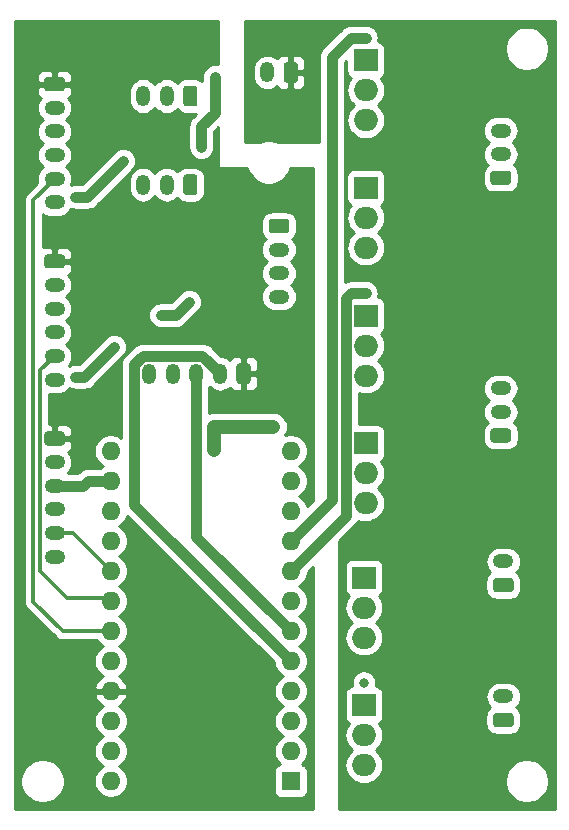
<source format=gbr>
%TF.GenerationSoftware,KiCad,Pcbnew,(5.1.9)-1*%
%TF.CreationDate,2021-10-29T07:15:38-06:00*%
%TF.ProjectId,throttle_controller,7468726f-7474-46c6-955f-636f6e74726f,rev?*%
%TF.SameCoordinates,Original*%
%TF.FileFunction,Copper,L2,Bot*%
%TF.FilePolarity,Positive*%
%FSLAX46Y46*%
G04 Gerber Fmt 4.6, Leading zero omitted, Abs format (unit mm)*
G04 Created by KiCad (PCBNEW (5.1.9)-1) date 2021-10-29 07:15:38*
%MOMM*%
%LPD*%
G01*
G04 APERTURE LIST*
%TA.AperFunction,ComponentPad*%
%ADD10O,1.200000X1.750000*%
%TD*%
%TA.AperFunction,ComponentPad*%
%ADD11O,1.750000X1.200000*%
%TD*%
%TA.AperFunction,ComponentPad*%
%ADD12O,2.000000X1.905000*%
%TD*%
%TA.AperFunction,ComponentPad*%
%ADD13R,2.000000X1.905000*%
%TD*%
%TA.AperFunction,ComponentPad*%
%ADD14O,1.600000X1.600000*%
%TD*%
%TA.AperFunction,ComponentPad*%
%ADD15R,1.600000X1.600000*%
%TD*%
%TA.AperFunction,ViaPad*%
%ADD16C,0.800000*%
%TD*%
%TA.AperFunction,Conductor*%
%ADD17C,0.914400*%
%TD*%
%TA.AperFunction,Conductor*%
%ADD18C,1.219200*%
%TD*%
%TA.AperFunction,Conductor*%
%ADD19C,0.304800*%
%TD*%
%TA.AperFunction,Conductor*%
%ADD20C,0.254000*%
%TD*%
%TA.AperFunction,Conductor*%
%ADD21C,0.100000*%
%TD*%
G04 APERTURE END LIST*
D10*
%TO.P,J8,2*%
%TO.N,GNDA*%
X150976000Y-87330000D03*
%TO.P,J8,1*%
%TO.N,+5VA*%
%TA.AperFunction,ComponentPad*%
G36*
G01*
X153576000Y-86704999D02*
X153576000Y-87955001D01*
G75*
G02*
X153326001Y-88205000I-249999J0D01*
G01*
X152625999Y-88205000D01*
G75*
G02*
X152376000Y-87955001I0J249999D01*
G01*
X152376000Y-86704999D01*
G75*
G02*
X152625999Y-86455000I249999J0D01*
G01*
X153326001Y-86455000D01*
G75*
G02*
X153576000Y-86704999I0J-249999D01*
G01*
G37*
%TD.AperFunction*%
%TD*%
D11*
%TO.P,J10,2*%
%TO.N,GNDA*%
X170976000Y-140161000D03*
%TO.P,J10,1*%
%TO.N,/MAX_SOL_OUT*%
%TA.AperFunction,ComponentPad*%
G36*
G01*
X171601001Y-142761000D02*
X170350999Y-142761000D01*
G75*
G02*
X170101000Y-142511001I0J249999D01*
G01*
X170101000Y-141810999D01*
G75*
G02*
X170350999Y-141561000I249999J0D01*
G01*
X171601001Y-141561000D01*
G75*
G02*
X171851000Y-141810999I0J-249999D01*
G01*
X171851000Y-142511001D01*
G75*
G02*
X171601001Y-142761000I-249999J0D01*
G01*
G37*
%TD.AperFunction*%
%TD*%
D12*
%TO.P,Q1,3*%
%TO.N,GNDA*%
X159166500Y-135176000D03*
%TO.P,Q1,2*%
%TO.N,Net-(Q1-Pad2)*%
X159166500Y-132636000D03*
D13*
%TO.P,Q1,1*%
%TO.N,Net-(Q1-Pad1)*%
X159166500Y-130096000D03*
%TD*%
D11*
%TO.P,J9,2*%
%TO.N,GNDA*%
X170976000Y-128731000D03*
%TO.P,J9,1*%
%TO.N,/IDLE_SOL_OUT*%
%TA.AperFunction,ComponentPad*%
G36*
G01*
X171601001Y-131331000D02*
X170350999Y-131331000D01*
G75*
G02*
X170101000Y-131081001I0J249999D01*
G01*
X170101000Y-130380999D01*
G75*
G02*
X170350999Y-130131000I249999J0D01*
G01*
X171601001Y-130131000D01*
G75*
G02*
X171851000Y-130380999I0J-249999D01*
G01*
X171851000Y-131081001D01*
G75*
G02*
X171601001Y-131331000I-249999J0D01*
G01*
G37*
%TD.AperFunction*%
%TD*%
D12*
%TO.P,Q3,3*%
%TO.N,GNDA*%
X159166500Y-145971000D03*
%TO.P,Q3,2*%
%TO.N,Net-(Q3-Pad2)*%
X159166500Y-143431000D03*
D13*
%TO.P,Q3,1*%
%TO.N,Net-(Q3-Pad1)*%
X159166500Y-140891000D03*
%TD*%
D14*
%TO.P,U1,24*%
%TO.N,Net-(U1-Pad24)*%
X137736000Y-147330000D03*
%TO.P,U1,12*%
%TO.N,Net-(U1-Pad12)*%
X152976000Y-119390000D03*
%TO.P,U1,23*%
%TO.N,GND*%
X137736000Y-144790000D03*
%TO.P,U1,11*%
%TO.N,/INB_SERVO_PWR_CTRL*%
X152976000Y-121930000D03*
%TO.P,U1,22*%
%TO.N,/RST*%
X137736000Y-142250000D03*
%TO.P,U1,10*%
%TO.N,/OUTB_SERVO_PWR_CTRL*%
X152976000Y-124470000D03*
%TO.P,U1,21*%
%TO.N,+5V*%
X137736000Y-139710000D03*
%TO.P,U1,9*%
%TO.N,/~INB_SERVO_CTRL*%
X152976000Y-127010000D03*
%TO.P,U1,20*%
%TO.N,Net-(U1-Pad20)*%
X137736000Y-137170000D03*
%TO.P,U1,8*%
%TO.N,/~OUTB_SERVO_CTRL*%
X152976000Y-129550000D03*
%TO.P,U1,19*%
%TO.N,/CSz*%
X137736000Y-134630000D03*
%TO.P,U1,7*%
%TO.N,/IDLE_SOL_CTRL*%
X152976000Y-132090000D03*
%TO.P,U1,18*%
%TO.N,/CSy*%
X137736000Y-132090000D03*
%TO.P,U1,6*%
%TO.N,/~SCL*%
X152976000Y-134630000D03*
%TO.P,U1,17*%
%TO.N,/CSx*%
X137736000Y-129550000D03*
%TO.P,U1,5*%
%TO.N,/SDA*%
X152976000Y-137170000D03*
%TO.P,U1,16*%
%TO.N,/SCK*%
X137736000Y-127010000D03*
%TO.P,U1,4*%
%TO.N,GND*%
X152976000Y-139710000D03*
%TO.P,U1,15*%
%TO.N,/MISO*%
X137736000Y-124470000D03*
%TO.P,U1,3*%
%TO.N,GND*%
X152976000Y-142250000D03*
%TO.P,U1,14*%
%TO.N,/MOSI*%
X137736000Y-121930000D03*
%TO.P,U1,2*%
%TO.N,/IRQ*%
X152976000Y-144790000D03*
%TO.P,U1,13*%
%TO.N,Net-(U1-Pad13)*%
X137736000Y-119390000D03*
D15*
%TO.P,U1,1*%
%TO.N,/MAX_SOL_CTRL*%
X152976000Y-147330000D03*
%TD*%
D12*
%TO.P,Q10,3*%
%TO.N,GNDA*%
X159323000Y-123791000D03*
%TO.P,Q10,2*%
%TO.N,Net-(Q10-Pad2)*%
X159323000Y-121251000D03*
D13*
%TO.P,Q10,1*%
%TO.N,Net-(Q10-Pad1)*%
X159323000Y-118711000D03*
%TD*%
D12*
%TO.P,Q9,3*%
%TO.N,GNDA*%
X159323000Y-112996000D03*
%TO.P,Q9,2*%
%TO.N,Net-(Q9-Pad2)*%
X159323000Y-110456000D03*
D13*
%TO.P,Q9,1*%
%TO.N,Net-(Q9-Pad1)*%
X159323000Y-107916000D03*
%TD*%
D12*
%TO.P,Q6,3*%
%TO.N,GNDA*%
X159323000Y-102161000D03*
%TO.P,Q6,2*%
%TO.N,Net-(Q6-Pad2)*%
X159323000Y-99621000D03*
D13*
%TO.P,Q6,1*%
%TO.N,Net-(Q6-Pad1)*%
X159323000Y-97081000D03*
%TD*%
D12*
%TO.P,Q5,3*%
%TO.N,GNDA*%
X159323000Y-91366000D03*
%TO.P,Q5,2*%
%TO.N,Net-(Q5-Pad2)*%
X159323000Y-88826000D03*
D13*
%TO.P,Q5,1*%
%TO.N,Net-(Q5-Pad1)*%
X159323000Y-86286000D03*
%TD*%
D11*
%TO.P,J12,3*%
%TO.N,GNDA*%
X170753000Y-114076000D03*
%TO.P,J12,2*%
%TO.N,/~OUTB_SERVO_OUT*%
X170753000Y-116076000D03*
%TO.P,J12,1*%
%TO.N,/OUTB_SERVO_+5VA*%
%TA.AperFunction,ComponentPad*%
G36*
G01*
X171378001Y-118676000D02*
X170127999Y-118676000D01*
G75*
G02*
X169878000Y-118426001I0J249999D01*
G01*
X169878000Y-117725999D01*
G75*
G02*
X170127999Y-117476000I249999J0D01*
G01*
X171378001Y-117476000D01*
G75*
G02*
X171628000Y-117725999I0J-249999D01*
G01*
X171628000Y-118426001D01*
G75*
G02*
X171378001Y-118676000I-249999J0D01*
G01*
G37*
%TD.AperFunction*%
%TD*%
%TO.P,J11,3*%
%TO.N,GNDA*%
X170753000Y-92255500D03*
%TO.P,J11,2*%
%TO.N,/~INB_SERVO_OUT*%
X170753000Y-94255500D03*
%TO.P,J11,1*%
%TO.N,/INB_SERVO_+5VA*%
%TA.AperFunction,ComponentPad*%
G36*
G01*
X171378001Y-96855500D02*
X170127999Y-96855500D01*
G75*
G02*
X169878000Y-96605501I0J249999D01*
G01*
X169878000Y-95905499D01*
G75*
G02*
X170127999Y-95655500I249999J0D01*
G01*
X171378001Y-95655500D01*
G75*
G02*
X171628000Y-95905499I0J-249999D01*
G01*
X171628000Y-96605501D01*
G75*
G02*
X171378001Y-96855500I-249999J0D01*
G01*
G37*
%TD.AperFunction*%
%TD*%
D10*
%TO.P,J7,3*%
%TO.N,GND*%
X140476000Y-96830000D03*
%TO.P,J7,2*%
%TO.N,/U1P5*%
X142476000Y-96830000D03*
%TO.P,J7,1*%
%TO.N,/U1P6*%
%TA.AperFunction,ComponentPad*%
G36*
G01*
X145076000Y-96204999D02*
X145076000Y-97455001D01*
G75*
G02*
X144826001Y-97705000I-249999J0D01*
G01*
X144125999Y-97705000D01*
G75*
G02*
X143876000Y-97455001I0J249999D01*
G01*
X143876000Y-96204999D01*
G75*
G02*
X144125999Y-95955000I249999J0D01*
G01*
X144826001Y-95955000D01*
G75*
G02*
X145076000Y-96204999I0J-249999D01*
G01*
G37*
%TD.AperFunction*%
%TD*%
%TO.P,J6,3*%
%TO.N,GND*%
X140476000Y-89330000D03*
%TO.P,J6,2*%
%TO.N,/U1P4*%
X142476000Y-89330000D03*
%TO.P,J6,1*%
%TO.N,/U1P3*%
%TA.AperFunction,ComponentPad*%
G36*
G01*
X145076000Y-88704999D02*
X145076000Y-89955001D01*
G75*
G02*
X144826001Y-90205000I-249999J0D01*
G01*
X144125999Y-90205000D01*
G75*
G02*
X143876000Y-89955001I0J249999D01*
G01*
X143876000Y-88704999D01*
G75*
G02*
X144125999Y-88455000I249999J0D01*
G01*
X144826001Y-88455000D01*
G75*
G02*
X145076000Y-88704999I0J-249999D01*
G01*
G37*
%TD.AperFunction*%
%TD*%
D11*
%TO.P,J5,4*%
%TO.N,GND*%
X151976000Y-106330000D03*
%TO.P,J5,3*%
%TO.N,/U1P2*%
X151976000Y-104330000D03*
%TO.P,J5,2*%
%TO.N,/U1P1*%
X151976000Y-102330000D03*
%TO.P,J5,1*%
%TO.N,/U1P0*%
%TA.AperFunction,ComponentPad*%
G36*
G01*
X151350999Y-99730000D02*
X152601001Y-99730000D01*
G75*
G02*
X152851000Y-99979999I0J-249999D01*
G01*
X152851000Y-100680001D01*
G75*
G02*
X152601001Y-100930000I-249999J0D01*
G01*
X151350999Y-100930000D01*
G75*
G02*
X151101000Y-100680001I0J249999D01*
G01*
X151101000Y-99979999D01*
G75*
G02*
X151350999Y-99730000I249999J0D01*
G01*
G37*
%TD.AperFunction*%
%TD*%
D10*
%TO.P,J4,5*%
%TO.N,GND*%
X140976000Y-112830000D03*
%TO.P,J4,4*%
%TO.N,Net-(J4-Pad4)*%
X142976000Y-112830000D03*
%TO.P,J4,3*%
%TO.N,/~SCL*%
X144976000Y-112830000D03*
%TO.P,J4,2*%
%TO.N,/SDA*%
X146976000Y-112830000D03*
%TO.P,J4,1*%
%TO.N,+5V*%
%TA.AperFunction,ComponentPad*%
G36*
G01*
X149576000Y-112204999D02*
X149576000Y-113455001D01*
G75*
G02*
X149326001Y-113705000I-249999J0D01*
G01*
X148625999Y-113705000D01*
G75*
G02*
X148376000Y-113455001I0J249999D01*
G01*
X148376000Y-112204999D01*
G75*
G02*
X148625999Y-111955000I249999J0D01*
G01*
X149326001Y-111955000D01*
G75*
G02*
X149576000Y-112204999I0J-249999D01*
G01*
G37*
%TD.AperFunction*%
%TD*%
D11*
%TO.P,J3,6*%
%TO.N,GND*%
X132976000Y-98330000D03*
%TO.P,J3,5*%
%TO.N,/CSz*%
X132976000Y-96330000D03*
%TO.P,J3,4*%
%TO.N,/SCK*%
X132976000Y-94330000D03*
%TO.P,J3,3*%
%TO.N,/MOSI*%
X132976000Y-92330000D03*
%TO.P,J3,2*%
%TO.N,/MISO*%
X132976000Y-90330000D03*
%TO.P,J3,1*%
%TO.N,+5V*%
%TA.AperFunction,ComponentPad*%
G36*
G01*
X132350999Y-87730000D02*
X133601001Y-87730000D01*
G75*
G02*
X133851000Y-87979999I0J-249999D01*
G01*
X133851000Y-88680001D01*
G75*
G02*
X133601001Y-88930000I-249999J0D01*
G01*
X132350999Y-88930000D01*
G75*
G02*
X132101000Y-88680001I0J249999D01*
G01*
X132101000Y-87979999D01*
G75*
G02*
X132350999Y-87730000I249999J0D01*
G01*
G37*
%TD.AperFunction*%
%TD*%
%TO.P,J2,6*%
%TO.N,GND*%
X132976000Y-113330000D03*
%TO.P,J2,5*%
%TO.N,/CSy*%
X132976000Y-111330000D03*
%TO.P,J2,4*%
%TO.N,/SCK*%
X132976000Y-109330000D03*
%TO.P,J2,3*%
%TO.N,/MOSI*%
X132976000Y-107330000D03*
%TO.P,J2,2*%
%TO.N,/MISO*%
X132976000Y-105330000D03*
%TO.P,J2,1*%
%TO.N,+5V*%
%TA.AperFunction,ComponentPad*%
G36*
G01*
X132350999Y-102730000D02*
X133601001Y-102730000D01*
G75*
G02*
X133851000Y-102979999I0J-249999D01*
G01*
X133851000Y-103680001D01*
G75*
G02*
X133601001Y-103930000I-249999J0D01*
G01*
X132350999Y-103930000D01*
G75*
G02*
X132101000Y-103680001I0J249999D01*
G01*
X132101000Y-102979999D01*
G75*
G02*
X132350999Y-102730000I249999J0D01*
G01*
G37*
%TD.AperFunction*%
%TD*%
%TO.P,J1,6*%
%TO.N,GND*%
X132976000Y-128330000D03*
%TO.P,J1,5*%
%TO.N,/CSx*%
X132976000Y-126330000D03*
%TO.P,J1,4*%
%TO.N,/SCK*%
X132976000Y-124330000D03*
%TO.P,J1,3*%
%TO.N,/MOSI*%
X132976000Y-122330000D03*
%TO.P,J1,2*%
%TO.N,/MISO*%
X132976000Y-120330000D03*
%TO.P,J1,1*%
%TO.N,+5V*%
%TA.AperFunction,ComponentPad*%
G36*
G01*
X132350999Y-117730000D02*
X133601001Y-117730000D01*
G75*
G02*
X133851000Y-117979999I0J-249999D01*
G01*
X133851000Y-118680001D01*
G75*
G02*
X133601001Y-118930000I-249999J0D01*
G01*
X132350999Y-118930000D01*
G75*
G02*
X132101000Y-118680001I0J249999D01*
G01*
X132101000Y-117979999D01*
G75*
G02*
X132350999Y-117730000I249999J0D01*
G01*
G37*
%TD.AperFunction*%
%TD*%
D16*
%TO.N,GND*%
X141980000Y-107888000D03*
X144393000Y-106745000D03*
X149476000Y-117330000D03*
X150476000Y-117330000D03*
X151476000Y-117330000D03*
X146476000Y-117330000D03*
X146476000Y-118330000D03*
X146476000Y-119330000D03*
X134741000Y-97855000D03*
X138805000Y-94807000D03*
X146552000Y-89473000D03*
X146552000Y-88584000D03*
X146552000Y-87695000D03*
X145409000Y-91886000D03*
X145409000Y-92775000D03*
X145409000Y-93664000D03*
X134741000Y-113095000D03*
X138043000Y-110555000D03*
%TO.N,+5V*%
X138932000Y-107888000D03*
%TO.N,+5VA*%
X161863000Y-92890000D03*
X161863000Y-103685000D03*
X161863000Y-114520000D03*
X161863000Y-125315000D03*
X161833500Y-136065000D03*
X161833500Y-147495000D03*
X154807000Y-90870000D03*
X154807000Y-89092000D03*
X154807000Y-89981000D03*
%TO.N,/MAX_SOL_CTRL*%
X159166500Y-138986000D03*
%TO.N,/~INB_SERVO_CTRL*%
X159323000Y-84381000D03*
%TO.N,/~OUTB_SERVO_CTRL*%
X159323000Y-106011000D03*
%TD*%
D17*
%TO.N,GND*%
X143250000Y-107888000D02*
X144393000Y-106745000D01*
X141980000Y-107888000D02*
X143250000Y-107888000D01*
D18*
X151476000Y-117330000D02*
X146476000Y-117330000D01*
X146476000Y-117330000D02*
X146476000Y-119330000D01*
D17*
X135757000Y-97855000D02*
X138805000Y-94807000D01*
X134741000Y-97855000D02*
X135757000Y-97855000D01*
X146552000Y-87695000D02*
X146552000Y-89473000D01*
X146552000Y-90743000D02*
X145409000Y-91886000D01*
X146552000Y-89473000D02*
X146552000Y-90743000D01*
X145409000Y-91886000D02*
X145409000Y-93664000D01*
X135503000Y-113095000D02*
X138043000Y-110555000D01*
X134741000Y-113095000D02*
X135503000Y-113095000D01*
D19*
%TO.N,/CSx*%
X137736000Y-129550000D02*
X134516000Y-126330000D01*
X134516000Y-126330000D02*
X132976000Y-126330000D01*
D17*
%TO.N,/MOSI*%
X137736000Y-121930000D02*
X135812000Y-121930000D01*
X135412000Y-122330000D02*
X132976000Y-122330000D01*
X135812000Y-121930000D02*
X135412000Y-122330000D01*
D19*
%TO.N,/CSy*%
X131748590Y-112557410D02*
X132976000Y-111330000D01*
X131748590Y-129533590D02*
X131748590Y-112557410D01*
X134045000Y-131830000D02*
X131748590Y-129533590D01*
X137476000Y-131830000D02*
X134045000Y-131830000D01*
X137736000Y-132090000D02*
X137476000Y-131830000D01*
%TO.N,/CSz*%
X131185000Y-98121000D02*
X132976000Y-96330000D01*
X131185000Y-132162910D02*
X131185000Y-98121000D01*
X133652090Y-134630000D02*
X131185000Y-132162910D01*
X137736000Y-134630000D02*
X133652090Y-134630000D01*
D17*
%TO.N,/~SCL*%
X144976000Y-126630000D02*
X144976000Y-112830000D01*
X152976000Y-134630000D02*
X144976000Y-126630000D01*
%TO.N,/SDA*%
X146976000Y-112777037D02*
X146976000Y-112830000D01*
X145496753Y-111297790D02*
X146976000Y-112777037D01*
X140455247Y-111297790D02*
X145496753Y-111297790D01*
X139718790Y-112034247D02*
X140455247Y-111297790D01*
X139718790Y-123912790D02*
X139718790Y-112034247D01*
X152976000Y-137170000D02*
X139718790Y-123912790D01*
%TO.N,/~INB_SERVO_CTRL*%
X158092538Y-84381000D02*
X159323000Y-84381000D01*
X156458000Y-86015538D02*
X158092538Y-84381000D01*
X156458000Y-123528000D02*
X156458000Y-86015538D01*
X152976000Y-127010000D02*
X156458000Y-123528000D01*
%TO.N,/~OUTB_SERVO_CTRL*%
X158092538Y-106011000D02*
X159323000Y-106011000D01*
X157665799Y-106437739D02*
X158092538Y-106011000D01*
X157665799Y-124860201D02*
X157665799Y-106437739D01*
X152976000Y-129550000D02*
X157665799Y-124860201D01*
%TD*%
D20*
%TO.N,+5VA*%
X175316001Y-149670000D02*
X157103000Y-149670000D01*
X157103000Y-143431000D01*
X157523819Y-143431000D01*
X157554470Y-143742204D01*
X157645245Y-144041449D01*
X157792655Y-144317235D01*
X157991037Y-144558963D01*
X158164109Y-144701000D01*
X157991037Y-144843037D01*
X157792655Y-145084765D01*
X157645245Y-145360551D01*
X157554470Y-145659796D01*
X157523819Y-145971000D01*
X157554470Y-146282204D01*
X157645245Y-146581449D01*
X157792655Y-146857235D01*
X157991037Y-147098963D01*
X158232765Y-147297345D01*
X158508551Y-147444755D01*
X158807796Y-147535530D01*
X159041014Y-147558500D01*
X159291986Y-147558500D01*
X159525204Y-147535530D01*
X159824449Y-147444755D01*
X160100235Y-147297345D01*
X160286666Y-147144344D01*
X171091000Y-147144344D01*
X171091000Y-147515656D01*
X171163439Y-147879834D01*
X171305534Y-148222882D01*
X171511825Y-148531618D01*
X171774382Y-148794175D01*
X172083118Y-149000466D01*
X172426166Y-149142561D01*
X172790344Y-149215000D01*
X173161656Y-149215000D01*
X173525834Y-149142561D01*
X173868882Y-149000466D01*
X174177618Y-148794175D01*
X174440175Y-148531618D01*
X174646466Y-148222882D01*
X174788561Y-147879834D01*
X174861000Y-147515656D01*
X174861000Y-147144344D01*
X174788561Y-146780166D01*
X174646466Y-146437118D01*
X174440175Y-146128382D01*
X174177618Y-145865825D01*
X173868882Y-145659534D01*
X173525834Y-145517439D01*
X173161656Y-145445000D01*
X172790344Y-145445000D01*
X172426166Y-145517439D01*
X172083118Y-145659534D01*
X171774382Y-145865825D01*
X171511825Y-146128382D01*
X171305534Y-146437118D01*
X171163439Y-146780166D01*
X171091000Y-147144344D01*
X160286666Y-147144344D01*
X160341963Y-147098963D01*
X160540345Y-146857235D01*
X160687755Y-146581449D01*
X160778530Y-146282204D01*
X160809181Y-145971000D01*
X160778530Y-145659796D01*
X160687755Y-145360551D01*
X160540345Y-145084765D01*
X160341963Y-144843037D01*
X160168891Y-144701000D01*
X160341963Y-144558963D01*
X160540345Y-144317235D01*
X160687755Y-144041449D01*
X160778530Y-143742204D01*
X160809181Y-143431000D01*
X160778530Y-143119796D01*
X160687755Y-142820551D01*
X160540345Y-142544765D01*
X160437054Y-142418905D01*
X160520994Y-142374037D01*
X160617685Y-142294685D01*
X160697037Y-142197994D01*
X160756002Y-142087680D01*
X160792312Y-141967982D01*
X160804572Y-141843500D01*
X160804572Y-140161000D01*
X169460025Y-140161000D01*
X169483870Y-140403102D01*
X169554489Y-140635901D01*
X169669167Y-140850449D01*
X169823498Y-141038502D01*
X169862111Y-141070191D01*
X169857613Y-141072595D01*
X169723038Y-141183038D01*
X169612595Y-141317613D01*
X169530528Y-141471149D01*
X169479992Y-141637745D01*
X169462928Y-141810999D01*
X169462928Y-142511001D01*
X169479992Y-142684255D01*
X169530528Y-142850851D01*
X169612595Y-143004387D01*
X169723038Y-143138962D01*
X169857613Y-143249405D01*
X170011149Y-143331472D01*
X170177745Y-143382008D01*
X170350999Y-143399072D01*
X171601001Y-143399072D01*
X171774255Y-143382008D01*
X171940851Y-143331472D01*
X172094387Y-143249405D01*
X172228962Y-143138962D01*
X172339405Y-143004387D01*
X172421472Y-142850851D01*
X172472008Y-142684255D01*
X172489072Y-142511001D01*
X172489072Y-141810999D01*
X172472008Y-141637745D01*
X172421472Y-141471149D01*
X172339405Y-141317613D01*
X172228962Y-141183038D01*
X172094387Y-141072595D01*
X172089889Y-141070191D01*
X172128502Y-141038502D01*
X172282833Y-140850449D01*
X172397511Y-140635901D01*
X172468130Y-140403102D01*
X172491975Y-140161000D01*
X172468130Y-139918898D01*
X172397511Y-139686099D01*
X172282833Y-139471551D01*
X172128502Y-139283498D01*
X171940449Y-139129167D01*
X171725901Y-139014489D01*
X171493102Y-138943870D01*
X171311665Y-138926000D01*
X170640335Y-138926000D01*
X170458898Y-138943870D01*
X170226099Y-139014489D01*
X170011551Y-139129167D01*
X169823498Y-139283498D01*
X169669167Y-139471551D01*
X169554489Y-139686099D01*
X169483870Y-139918898D01*
X169460025Y-140161000D01*
X160804572Y-140161000D01*
X160804572Y-139938500D01*
X160792312Y-139814018D01*
X160756002Y-139694320D01*
X160697037Y-139584006D01*
X160617685Y-139487315D01*
X160520994Y-139407963D01*
X160410680Y-139348998D01*
X160290982Y-139312688D01*
X160166500Y-139300428D01*
X160156536Y-139300428D01*
X160161726Y-139287898D01*
X160201500Y-139087939D01*
X160201500Y-138884061D01*
X160161726Y-138684102D01*
X160083705Y-138495744D01*
X159970437Y-138326226D01*
X159826274Y-138182063D01*
X159656756Y-138068795D01*
X159468398Y-137990774D01*
X159268439Y-137951000D01*
X159064561Y-137951000D01*
X158864602Y-137990774D01*
X158676244Y-138068795D01*
X158506726Y-138182063D01*
X158362563Y-138326226D01*
X158249295Y-138495744D01*
X158171274Y-138684102D01*
X158131500Y-138884061D01*
X158131500Y-139087939D01*
X158171274Y-139287898D01*
X158176464Y-139300428D01*
X158166500Y-139300428D01*
X158042018Y-139312688D01*
X157922320Y-139348998D01*
X157812006Y-139407963D01*
X157715315Y-139487315D01*
X157635963Y-139584006D01*
X157576998Y-139694320D01*
X157540688Y-139814018D01*
X157528428Y-139938500D01*
X157528428Y-141843500D01*
X157540688Y-141967982D01*
X157576998Y-142087680D01*
X157635963Y-142197994D01*
X157715315Y-142294685D01*
X157812006Y-142374037D01*
X157895946Y-142418905D01*
X157792655Y-142544765D01*
X157645245Y-142820551D01*
X157554470Y-143119796D01*
X157523819Y-143431000D01*
X157103000Y-143431000D01*
X157103000Y-132636000D01*
X157523819Y-132636000D01*
X157554470Y-132947204D01*
X157645245Y-133246449D01*
X157792655Y-133522235D01*
X157991037Y-133763963D01*
X158164109Y-133906000D01*
X157991037Y-134048037D01*
X157792655Y-134289765D01*
X157645245Y-134565551D01*
X157554470Y-134864796D01*
X157523819Y-135176000D01*
X157554470Y-135487204D01*
X157645245Y-135786449D01*
X157792655Y-136062235D01*
X157991037Y-136303963D01*
X158232765Y-136502345D01*
X158508551Y-136649755D01*
X158807796Y-136740530D01*
X159041014Y-136763500D01*
X159291986Y-136763500D01*
X159525204Y-136740530D01*
X159824449Y-136649755D01*
X160100235Y-136502345D01*
X160341963Y-136303963D01*
X160540345Y-136062235D01*
X160687755Y-135786449D01*
X160778530Y-135487204D01*
X160809181Y-135176000D01*
X160778530Y-134864796D01*
X160687755Y-134565551D01*
X160540345Y-134289765D01*
X160341963Y-134048037D01*
X160168891Y-133906000D01*
X160341963Y-133763963D01*
X160540345Y-133522235D01*
X160687755Y-133246449D01*
X160778530Y-132947204D01*
X160809181Y-132636000D01*
X160778530Y-132324796D01*
X160687755Y-132025551D01*
X160540345Y-131749765D01*
X160437054Y-131623905D01*
X160520994Y-131579037D01*
X160617685Y-131499685D01*
X160697037Y-131402994D01*
X160756002Y-131292680D01*
X160792312Y-131172982D01*
X160804572Y-131048500D01*
X160804572Y-129143500D01*
X160792312Y-129019018D01*
X160756002Y-128899320D01*
X160697037Y-128789006D01*
X160649433Y-128731000D01*
X169460025Y-128731000D01*
X169483870Y-128973102D01*
X169554489Y-129205901D01*
X169669167Y-129420449D01*
X169823498Y-129608502D01*
X169862111Y-129640191D01*
X169857613Y-129642595D01*
X169723038Y-129753038D01*
X169612595Y-129887613D01*
X169530528Y-130041149D01*
X169479992Y-130207745D01*
X169462928Y-130380999D01*
X169462928Y-131081001D01*
X169479992Y-131254255D01*
X169530528Y-131420851D01*
X169612595Y-131574387D01*
X169723038Y-131708962D01*
X169857613Y-131819405D01*
X170011149Y-131901472D01*
X170177745Y-131952008D01*
X170350999Y-131969072D01*
X171601001Y-131969072D01*
X171774255Y-131952008D01*
X171940851Y-131901472D01*
X172094387Y-131819405D01*
X172228962Y-131708962D01*
X172339405Y-131574387D01*
X172421472Y-131420851D01*
X172472008Y-131254255D01*
X172489072Y-131081001D01*
X172489072Y-130380999D01*
X172472008Y-130207745D01*
X172421472Y-130041149D01*
X172339405Y-129887613D01*
X172228962Y-129753038D01*
X172094387Y-129642595D01*
X172089889Y-129640191D01*
X172128502Y-129608502D01*
X172282833Y-129420449D01*
X172397511Y-129205901D01*
X172468130Y-128973102D01*
X172491975Y-128731000D01*
X172468130Y-128488898D01*
X172397511Y-128256099D01*
X172282833Y-128041551D01*
X172128502Y-127853498D01*
X171940449Y-127699167D01*
X171725901Y-127584489D01*
X171493102Y-127513870D01*
X171311665Y-127496000D01*
X170640335Y-127496000D01*
X170458898Y-127513870D01*
X170226099Y-127584489D01*
X170011551Y-127699167D01*
X169823498Y-127853498D01*
X169669167Y-128041551D01*
X169554489Y-128256099D01*
X169483870Y-128488898D01*
X169460025Y-128731000D01*
X160649433Y-128731000D01*
X160617685Y-128692315D01*
X160520994Y-128612963D01*
X160410680Y-128553998D01*
X160290982Y-128517688D01*
X160166500Y-128505428D01*
X158166500Y-128505428D01*
X158042018Y-128517688D01*
X157922320Y-128553998D01*
X157812006Y-128612963D01*
X157715315Y-128692315D01*
X157635963Y-128789006D01*
X157576998Y-128899320D01*
X157540688Y-129019018D01*
X157528428Y-129143500D01*
X157528428Y-131048500D01*
X157540688Y-131172982D01*
X157576998Y-131292680D01*
X157635963Y-131402994D01*
X157715315Y-131499685D01*
X157812006Y-131579037D01*
X157895946Y-131623905D01*
X157792655Y-131749765D01*
X157645245Y-132025551D01*
X157554470Y-132324796D01*
X157523819Y-132636000D01*
X157103000Y-132636000D01*
X157103000Y-126967604D01*
X158400168Y-125670436D01*
X158441837Y-125636239D01*
X158578324Y-125469930D01*
X158679742Y-125280190D01*
X158682792Y-125270137D01*
X158964296Y-125355530D01*
X159197514Y-125378500D01*
X159448486Y-125378500D01*
X159681704Y-125355530D01*
X159980949Y-125264755D01*
X160256735Y-125117345D01*
X160498463Y-124918963D01*
X160696845Y-124677235D01*
X160844255Y-124401449D01*
X160935030Y-124102204D01*
X160965681Y-123791000D01*
X160935030Y-123479796D01*
X160844255Y-123180551D01*
X160696845Y-122904765D01*
X160498463Y-122663037D01*
X160325391Y-122521000D01*
X160498463Y-122378963D01*
X160696845Y-122137235D01*
X160844255Y-121861449D01*
X160935030Y-121562204D01*
X160965681Y-121251000D01*
X160935030Y-120939796D01*
X160844255Y-120640551D01*
X160696845Y-120364765D01*
X160593554Y-120238905D01*
X160677494Y-120194037D01*
X160774185Y-120114685D01*
X160853537Y-120017994D01*
X160912502Y-119907680D01*
X160948812Y-119787982D01*
X160961072Y-119663500D01*
X160961072Y-117758500D01*
X160948812Y-117634018D01*
X160912502Y-117514320D01*
X160853537Y-117404006D01*
X160774185Y-117307315D01*
X160677494Y-117227963D01*
X160567180Y-117168998D01*
X160447482Y-117132688D01*
X160323000Y-117120428D01*
X158757999Y-117120428D01*
X158757999Y-114497950D01*
X158964296Y-114560530D01*
X159197514Y-114583500D01*
X159448486Y-114583500D01*
X159681704Y-114560530D01*
X159980949Y-114469755D01*
X160256735Y-114322345D01*
X160498463Y-114123963D01*
X160537825Y-114076000D01*
X169237025Y-114076000D01*
X169260870Y-114318102D01*
X169331489Y-114550901D01*
X169446167Y-114765449D01*
X169600498Y-114953502D01*
X169749762Y-115076000D01*
X169600498Y-115198498D01*
X169446167Y-115386551D01*
X169331489Y-115601099D01*
X169260870Y-115833898D01*
X169237025Y-116076000D01*
X169260870Y-116318102D01*
X169331489Y-116550901D01*
X169446167Y-116765449D01*
X169600498Y-116953502D01*
X169639111Y-116985191D01*
X169634613Y-116987595D01*
X169500038Y-117098038D01*
X169389595Y-117232613D01*
X169307528Y-117386149D01*
X169256992Y-117552745D01*
X169239928Y-117725999D01*
X169239928Y-118426001D01*
X169256992Y-118599255D01*
X169307528Y-118765851D01*
X169389595Y-118919387D01*
X169500038Y-119053962D01*
X169634613Y-119164405D01*
X169788149Y-119246472D01*
X169954745Y-119297008D01*
X170127999Y-119314072D01*
X171378001Y-119314072D01*
X171551255Y-119297008D01*
X171717851Y-119246472D01*
X171871387Y-119164405D01*
X172005962Y-119053962D01*
X172116405Y-118919387D01*
X172198472Y-118765851D01*
X172249008Y-118599255D01*
X172266072Y-118426001D01*
X172266072Y-117725999D01*
X172249008Y-117552745D01*
X172198472Y-117386149D01*
X172116405Y-117232613D01*
X172005962Y-117098038D01*
X171871387Y-116987595D01*
X171866889Y-116985191D01*
X171905502Y-116953502D01*
X172059833Y-116765449D01*
X172174511Y-116550901D01*
X172245130Y-116318102D01*
X172268975Y-116076000D01*
X172245130Y-115833898D01*
X172174511Y-115601099D01*
X172059833Y-115386551D01*
X171905502Y-115198498D01*
X171756238Y-115076000D01*
X171905502Y-114953502D01*
X172059833Y-114765449D01*
X172174511Y-114550901D01*
X172245130Y-114318102D01*
X172268975Y-114076000D01*
X172245130Y-113833898D01*
X172174511Y-113601099D01*
X172059833Y-113386551D01*
X171905502Y-113198498D01*
X171717449Y-113044167D01*
X171502901Y-112929489D01*
X171270102Y-112858870D01*
X171088665Y-112841000D01*
X170417335Y-112841000D01*
X170235898Y-112858870D01*
X170003099Y-112929489D01*
X169788551Y-113044167D01*
X169600498Y-113198498D01*
X169446167Y-113386551D01*
X169331489Y-113601099D01*
X169260870Y-113833898D01*
X169237025Y-114076000D01*
X160537825Y-114076000D01*
X160696845Y-113882235D01*
X160844255Y-113606449D01*
X160935030Y-113307204D01*
X160965681Y-112996000D01*
X160935030Y-112684796D01*
X160844255Y-112385551D01*
X160696845Y-112109765D01*
X160498463Y-111868037D01*
X160325391Y-111726000D01*
X160498463Y-111583963D01*
X160696845Y-111342235D01*
X160844255Y-111066449D01*
X160935030Y-110767204D01*
X160965681Y-110456000D01*
X160935030Y-110144796D01*
X160844255Y-109845551D01*
X160696845Y-109569765D01*
X160593554Y-109443905D01*
X160677494Y-109399037D01*
X160774185Y-109319685D01*
X160853537Y-109222994D01*
X160912502Y-109112680D01*
X160948812Y-108992982D01*
X160961072Y-108868500D01*
X160961072Y-106963500D01*
X160948812Y-106839018D01*
X160912502Y-106719320D01*
X160853537Y-106609006D01*
X160774185Y-106512315D01*
X160677494Y-106432963D01*
X160567180Y-106373998D01*
X160447482Y-106337688D01*
X160367631Y-106329824D01*
X160399396Y-106225109D01*
X160420484Y-106011000D01*
X160399396Y-105796891D01*
X160336943Y-105591011D01*
X160235525Y-105401271D01*
X160099038Y-105234962D01*
X159932729Y-105098475D01*
X159742989Y-104997057D01*
X159537109Y-104934604D01*
X159376649Y-104918800D01*
X158146179Y-104918800D01*
X158092537Y-104913517D01*
X158038896Y-104918800D01*
X158038889Y-104918800D01*
X157899761Y-104932503D01*
X157878428Y-104934604D01*
X157830511Y-104949140D01*
X157672549Y-104997057D01*
X157550200Y-105062454D01*
X157550200Y-99621000D01*
X157680319Y-99621000D01*
X157710970Y-99932204D01*
X157801745Y-100231449D01*
X157949155Y-100507235D01*
X158147537Y-100748963D01*
X158320609Y-100891000D01*
X158147537Y-101033037D01*
X157949155Y-101274765D01*
X157801745Y-101550551D01*
X157710970Y-101849796D01*
X157680319Y-102161000D01*
X157710970Y-102472204D01*
X157801745Y-102771449D01*
X157949155Y-103047235D01*
X158147537Y-103288963D01*
X158389265Y-103487345D01*
X158665051Y-103634755D01*
X158964296Y-103725530D01*
X159197514Y-103748500D01*
X159448486Y-103748500D01*
X159681704Y-103725530D01*
X159980949Y-103634755D01*
X160256735Y-103487345D01*
X160498463Y-103288963D01*
X160696845Y-103047235D01*
X160844255Y-102771449D01*
X160935030Y-102472204D01*
X160965681Y-102161000D01*
X160935030Y-101849796D01*
X160844255Y-101550551D01*
X160696845Y-101274765D01*
X160498463Y-101033037D01*
X160325391Y-100891000D01*
X160498463Y-100748963D01*
X160696845Y-100507235D01*
X160844255Y-100231449D01*
X160935030Y-99932204D01*
X160965681Y-99621000D01*
X160935030Y-99309796D01*
X160844255Y-99010551D01*
X160696845Y-98734765D01*
X160593554Y-98608905D01*
X160677494Y-98564037D01*
X160774185Y-98484685D01*
X160853537Y-98387994D01*
X160912502Y-98277680D01*
X160948812Y-98157982D01*
X160961072Y-98033500D01*
X160961072Y-96128500D01*
X160948812Y-96004018D01*
X160912502Y-95884320D01*
X160853537Y-95774006D01*
X160774185Y-95677315D01*
X160677494Y-95597963D01*
X160567180Y-95538998D01*
X160447482Y-95502688D01*
X160323000Y-95490428D01*
X158323000Y-95490428D01*
X158198518Y-95502688D01*
X158078820Y-95538998D01*
X157968506Y-95597963D01*
X157871815Y-95677315D01*
X157792463Y-95774006D01*
X157733498Y-95884320D01*
X157697188Y-96004018D01*
X157684928Y-96128500D01*
X157684928Y-98033500D01*
X157697188Y-98157982D01*
X157733498Y-98277680D01*
X157792463Y-98387994D01*
X157871815Y-98484685D01*
X157968506Y-98564037D01*
X158052446Y-98608905D01*
X157949155Y-98734765D01*
X157801745Y-99010551D01*
X157710970Y-99309796D01*
X157680319Y-99621000D01*
X157550200Y-99621000D01*
X157550200Y-86467941D01*
X157684928Y-86333213D01*
X157684928Y-87238500D01*
X157697188Y-87362982D01*
X157733498Y-87482680D01*
X157792463Y-87592994D01*
X157871815Y-87689685D01*
X157968506Y-87769037D01*
X158052446Y-87813905D01*
X157949155Y-87939765D01*
X157801745Y-88215551D01*
X157710970Y-88514796D01*
X157680319Y-88826000D01*
X157710970Y-89137204D01*
X157801745Y-89436449D01*
X157949155Y-89712235D01*
X158147537Y-89953963D01*
X158320609Y-90096000D01*
X158147537Y-90238037D01*
X157949155Y-90479765D01*
X157801745Y-90755551D01*
X157710970Y-91054796D01*
X157680319Y-91366000D01*
X157710970Y-91677204D01*
X157801745Y-91976449D01*
X157949155Y-92252235D01*
X158147537Y-92493963D01*
X158389265Y-92692345D01*
X158665051Y-92839755D01*
X158964296Y-92930530D01*
X159197514Y-92953500D01*
X159448486Y-92953500D01*
X159681704Y-92930530D01*
X159980949Y-92839755D01*
X160256735Y-92692345D01*
X160498463Y-92493963D01*
X160694165Y-92255500D01*
X169237025Y-92255500D01*
X169260870Y-92497602D01*
X169331489Y-92730401D01*
X169446167Y-92944949D01*
X169600498Y-93133002D01*
X169749762Y-93255500D01*
X169600498Y-93377998D01*
X169446167Y-93566051D01*
X169331489Y-93780599D01*
X169260870Y-94013398D01*
X169237025Y-94255500D01*
X169260870Y-94497602D01*
X169331489Y-94730401D01*
X169446167Y-94944949D01*
X169600498Y-95133002D01*
X169639111Y-95164691D01*
X169634613Y-95167095D01*
X169500038Y-95277538D01*
X169389595Y-95412113D01*
X169307528Y-95565649D01*
X169256992Y-95732245D01*
X169239928Y-95905499D01*
X169239928Y-96605501D01*
X169256992Y-96778755D01*
X169307528Y-96945351D01*
X169389595Y-97098887D01*
X169500038Y-97233462D01*
X169634613Y-97343905D01*
X169788149Y-97425972D01*
X169954745Y-97476508D01*
X170127999Y-97493572D01*
X171378001Y-97493572D01*
X171551255Y-97476508D01*
X171717851Y-97425972D01*
X171871387Y-97343905D01*
X172005962Y-97233462D01*
X172116405Y-97098887D01*
X172198472Y-96945351D01*
X172249008Y-96778755D01*
X172266072Y-96605501D01*
X172266072Y-95905499D01*
X172249008Y-95732245D01*
X172198472Y-95565649D01*
X172116405Y-95412113D01*
X172005962Y-95277538D01*
X171871387Y-95167095D01*
X171866889Y-95164691D01*
X171905502Y-95133002D01*
X172059833Y-94944949D01*
X172174511Y-94730401D01*
X172245130Y-94497602D01*
X172268975Y-94255500D01*
X172245130Y-94013398D01*
X172174511Y-93780599D01*
X172059833Y-93566051D01*
X171905502Y-93377998D01*
X171756238Y-93255500D01*
X171905502Y-93133002D01*
X172059833Y-92944949D01*
X172174511Y-92730401D01*
X172245130Y-92497602D01*
X172268975Y-92255500D01*
X172245130Y-92013398D01*
X172174511Y-91780599D01*
X172059833Y-91566051D01*
X171905502Y-91377998D01*
X171717449Y-91223667D01*
X171502901Y-91108989D01*
X171270102Y-91038370D01*
X171088665Y-91020500D01*
X170417335Y-91020500D01*
X170235898Y-91038370D01*
X170003099Y-91108989D01*
X169788551Y-91223667D01*
X169600498Y-91377998D01*
X169446167Y-91566051D01*
X169331489Y-91780599D01*
X169260870Y-92013398D01*
X169237025Y-92255500D01*
X160694165Y-92255500D01*
X160696845Y-92252235D01*
X160844255Y-91976449D01*
X160935030Y-91677204D01*
X160965681Y-91366000D01*
X160935030Y-91054796D01*
X160844255Y-90755551D01*
X160696845Y-90479765D01*
X160498463Y-90238037D01*
X160325391Y-90096000D01*
X160498463Y-89953963D01*
X160696845Y-89712235D01*
X160844255Y-89436449D01*
X160935030Y-89137204D01*
X160965681Y-88826000D01*
X160935030Y-88514796D01*
X160844255Y-88215551D01*
X160696845Y-87939765D01*
X160593554Y-87813905D01*
X160677494Y-87769037D01*
X160774185Y-87689685D01*
X160853537Y-87592994D01*
X160912502Y-87482680D01*
X160948812Y-87362982D01*
X160961072Y-87238500D01*
X160961072Y-85333500D01*
X160948812Y-85209018D01*
X160929194Y-85144344D01*
X171091000Y-85144344D01*
X171091000Y-85515656D01*
X171163439Y-85879834D01*
X171305534Y-86222882D01*
X171511825Y-86531618D01*
X171774382Y-86794175D01*
X172083118Y-87000466D01*
X172426166Y-87142561D01*
X172790344Y-87215000D01*
X173161656Y-87215000D01*
X173525834Y-87142561D01*
X173868882Y-87000466D01*
X174177618Y-86794175D01*
X174440175Y-86531618D01*
X174646466Y-86222882D01*
X174788561Y-85879834D01*
X174861000Y-85515656D01*
X174861000Y-85144344D01*
X174788561Y-84780166D01*
X174646466Y-84437118D01*
X174440175Y-84128382D01*
X174177618Y-83865825D01*
X173868882Y-83659534D01*
X173525834Y-83517439D01*
X173161656Y-83445000D01*
X172790344Y-83445000D01*
X172426166Y-83517439D01*
X172083118Y-83659534D01*
X171774382Y-83865825D01*
X171511825Y-84128382D01*
X171305534Y-84437118D01*
X171163439Y-84780166D01*
X171091000Y-85144344D01*
X160929194Y-85144344D01*
X160912502Y-85089320D01*
X160853537Y-84979006D01*
X160774185Y-84882315D01*
X160677494Y-84802963D01*
X160567180Y-84743998D01*
X160447482Y-84707688D01*
X160367631Y-84699824D01*
X160399396Y-84595109D01*
X160420484Y-84381000D01*
X160399396Y-84166891D01*
X160336943Y-83961011D01*
X160235525Y-83771271D01*
X160099038Y-83604962D01*
X159932729Y-83468475D01*
X159742989Y-83367057D01*
X159537109Y-83304604D01*
X159376649Y-83288800D01*
X158146179Y-83288800D01*
X158092538Y-83283517D01*
X158038897Y-83288800D01*
X158038889Y-83288800D01*
X157878429Y-83304604D01*
X157672549Y-83367057D01*
X157482809Y-83468475D01*
X157316500Y-83604962D01*
X157282303Y-83646632D01*
X155723632Y-85205303D01*
X155681963Y-85239500D01*
X155647766Y-85281169D01*
X155647763Y-85281172D01*
X155609510Y-85327784D01*
X155545476Y-85405809D01*
X155540029Y-85416000D01*
X155444057Y-85595550D01*
X155381604Y-85801429D01*
X155360517Y-86015538D01*
X155365801Y-86069190D01*
X155365801Y-93203000D01*
X151870740Y-93203000D01*
X151673834Y-93121439D01*
X151309656Y-93049000D01*
X150938344Y-93049000D01*
X150574166Y-93121439D01*
X150377260Y-93203000D01*
X149103000Y-93203000D01*
X149103000Y-86994335D01*
X149741000Y-86994335D01*
X149741000Y-87665664D01*
X149758870Y-87847101D01*
X149829489Y-88079900D01*
X149944167Y-88294448D01*
X150098498Y-88482502D01*
X150286551Y-88636833D01*
X150501099Y-88751511D01*
X150733898Y-88822130D01*
X150976000Y-88845975D01*
X151218101Y-88822130D01*
X151450900Y-88751511D01*
X151665448Y-88636833D01*
X151819309Y-88510564D01*
X151845463Y-88559494D01*
X151924815Y-88656185D01*
X152021506Y-88735537D01*
X152131820Y-88794502D01*
X152251518Y-88830812D01*
X152376000Y-88843072D01*
X152690250Y-88840000D01*
X152849000Y-88681250D01*
X152849000Y-87457000D01*
X153103000Y-87457000D01*
X153103000Y-88681250D01*
X153261750Y-88840000D01*
X153576000Y-88843072D01*
X153700482Y-88830812D01*
X153820180Y-88794502D01*
X153930494Y-88735537D01*
X154027185Y-88656185D01*
X154106537Y-88559494D01*
X154165502Y-88449180D01*
X154201812Y-88329482D01*
X154214072Y-88205000D01*
X154211000Y-87615750D01*
X154052250Y-87457000D01*
X153103000Y-87457000D01*
X152849000Y-87457000D01*
X152829000Y-87457000D01*
X152829000Y-87203000D01*
X152849000Y-87203000D01*
X152849000Y-85978750D01*
X153103000Y-85978750D01*
X153103000Y-87203000D01*
X154052250Y-87203000D01*
X154211000Y-87044250D01*
X154214072Y-86455000D01*
X154201812Y-86330518D01*
X154165502Y-86210820D01*
X154106537Y-86100506D01*
X154027185Y-86003815D01*
X153930494Y-85924463D01*
X153820180Y-85865498D01*
X153700482Y-85829188D01*
X153576000Y-85816928D01*
X153261750Y-85820000D01*
X153103000Y-85978750D01*
X152849000Y-85978750D01*
X152690250Y-85820000D01*
X152376000Y-85816928D01*
X152251518Y-85829188D01*
X152131820Y-85865498D01*
X152021506Y-85924463D01*
X151924815Y-86003815D01*
X151845463Y-86100506D01*
X151819309Y-86149436D01*
X151665449Y-86023167D01*
X151450901Y-85908489D01*
X151218102Y-85837870D01*
X150976000Y-85814025D01*
X150733899Y-85837870D01*
X150501100Y-85908489D01*
X150286552Y-86023167D01*
X150098499Y-86177498D01*
X149944168Y-86365551D01*
X149829489Y-86580099D01*
X149758870Y-86812898D01*
X149741000Y-86994335D01*
X149103000Y-86994335D01*
X149103000Y-82990000D01*
X175316000Y-82990000D01*
X175316001Y-149670000D01*
%TA.AperFunction,Conductor*%
D21*
G36*
X175316001Y-149670000D02*
G01*
X157103000Y-149670000D01*
X157103000Y-143431000D01*
X157523819Y-143431000D01*
X157554470Y-143742204D01*
X157645245Y-144041449D01*
X157792655Y-144317235D01*
X157991037Y-144558963D01*
X158164109Y-144701000D01*
X157991037Y-144843037D01*
X157792655Y-145084765D01*
X157645245Y-145360551D01*
X157554470Y-145659796D01*
X157523819Y-145971000D01*
X157554470Y-146282204D01*
X157645245Y-146581449D01*
X157792655Y-146857235D01*
X157991037Y-147098963D01*
X158232765Y-147297345D01*
X158508551Y-147444755D01*
X158807796Y-147535530D01*
X159041014Y-147558500D01*
X159291986Y-147558500D01*
X159525204Y-147535530D01*
X159824449Y-147444755D01*
X160100235Y-147297345D01*
X160286666Y-147144344D01*
X171091000Y-147144344D01*
X171091000Y-147515656D01*
X171163439Y-147879834D01*
X171305534Y-148222882D01*
X171511825Y-148531618D01*
X171774382Y-148794175D01*
X172083118Y-149000466D01*
X172426166Y-149142561D01*
X172790344Y-149215000D01*
X173161656Y-149215000D01*
X173525834Y-149142561D01*
X173868882Y-149000466D01*
X174177618Y-148794175D01*
X174440175Y-148531618D01*
X174646466Y-148222882D01*
X174788561Y-147879834D01*
X174861000Y-147515656D01*
X174861000Y-147144344D01*
X174788561Y-146780166D01*
X174646466Y-146437118D01*
X174440175Y-146128382D01*
X174177618Y-145865825D01*
X173868882Y-145659534D01*
X173525834Y-145517439D01*
X173161656Y-145445000D01*
X172790344Y-145445000D01*
X172426166Y-145517439D01*
X172083118Y-145659534D01*
X171774382Y-145865825D01*
X171511825Y-146128382D01*
X171305534Y-146437118D01*
X171163439Y-146780166D01*
X171091000Y-147144344D01*
X160286666Y-147144344D01*
X160341963Y-147098963D01*
X160540345Y-146857235D01*
X160687755Y-146581449D01*
X160778530Y-146282204D01*
X160809181Y-145971000D01*
X160778530Y-145659796D01*
X160687755Y-145360551D01*
X160540345Y-145084765D01*
X160341963Y-144843037D01*
X160168891Y-144701000D01*
X160341963Y-144558963D01*
X160540345Y-144317235D01*
X160687755Y-144041449D01*
X160778530Y-143742204D01*
X160809181Y-143431000D01*
X160778530Y-143119796D01*
X160687755Y-142820551D01*
X160540345Y-142544765D01*
X160437054Y-142418905D01*
X160520994Y-142374037D01*
X160617685Y-142294685D01*
X160697037Y-142197994D01*
X160756002Y-142087680D01*
X160792312Y-141967982D01*
X160804572Y-141843500D01*
X160804572Y-140161000D01*
X169460025Y-140161000D01*
X169483870Y-140403102D01*
X169554489Y-140635901D01*
X169669167Y-140850449D01*
X169823498Y-141038502D01*
X169862111Y-141070191D01*
X169857613Y-141072595D01*
X169723038Y-141183038D01*
X169612595Y-141317613D01*
X169530528Y-141471149D01*
X169479992Y-141637745D01*
X169462928Y-141810999D01*
X169462928Y-142511001D01*
X169479992Y-142684255D01*
X169530528Y-142850851D01*
X169612595Y-143004387D01*
X169723038Y-143138962D01*
X169857613Y-143249405D01*
X170011149Y-143331472D01*
X170177745Y-143382008D01*
X170350999Y-143399072D01*
X171601001Y-143399072D01*
X171774255Y-143382008D01*
X171940851Y-143331472D01*
X172094387Y-143249405D01*
X172228962Y-143138962D01*
X172339405Y-143004387D01*
X172421472Y-142850851D01*
X172472008Y-142684255D01*
X172489072Y-142511001D01*
X172489072Y-141810999D01*
X172472008Y-141637745D01*
X172421472Y-141471149D01*
X172339405Y-141317613D01*
X172228962Y-141183038D01*
X172094387Y-141072595D01*
X172089889Y-141070191D01*
X172128502Y-141038502D01*
X172282833Y-140850449D01*
X172397511Y-140635901D01*
X172468130Y-140403102D01*
X172491975Y-140161000D01*
X172468130Y-139918898D01*
X172397511Y-139686099D01*
X172282833Y-139471551D01*
X172128502Y-139283498D01*
X171940449Y-139129167D01*
X171725901Y-139014489D01*
X171493102Y-138943870D01*
X171311665Y-138926000D01*
X170640335Y-138926000D01*
X170458898Y-138943870D01*
X170226099Y-139014489D01*
X170011551Y-139129167D01*
X169823498Y-139283498D01*
X169669167Y-139471551D01*
X169554489Y-139686099D01*
X169483870Y-139918898D01*
X169460025Y-140161000D01*
X160804572Y-140161000D01*
X160804572Y-139938500D01*
X160792312Y-139814018D01*
X160756002Y-139694320D01*
X160697037Y-139584006D01*
X160617685Y-139487315D01*
X160520994Y-139407963D01*
X160410680Y-139348998D01*
X160290982Y-139312688D01*
X160166500Y-139300428D01*
X160156536Y-139300428D01*
X160161726Y-139287898D01*
X160201500Y-139087939D01*
X160201500Y-138884061D01*
X160161726Y-138684102D01*
X160083705Y-138495744D01*
X159970437Y-138326226D01*
X159826274Y-138182063D01*
X159656756Y-138068795D01*
X159468398Y-137990774D01*
X159268439Y-137951000D01*
X159064561Y-137951000D01*
X158864602Y-137990774D01*
X158676244Y-138068795D01*
X158506726Y-138182063D01*
X158362563Y-138326226D01*
X158249295Y-138495744D01*
X158171274Y-138684102D01*
X158131500Y-138884061D01*
X158131500Y-139087939D01*
X158171274Y-139287898D01*
X158176464Y-139300428D01*
X158166500Y-139300428D01*
X158042018Y-139312688D01*
X157922320Y-139348998D01*
X157812006Y-139407963D01*
X157715315Y-139487315D01*
X157635963Y-139584006D01*
X157576998Y-139694320D01*
X157540688Y-139814018D01*
X157528428Y-139938500D01*
X157528428Y-141843500D01*
X157540688Y-141967982D01*
X157576998Y-142087680D01*
X157635963Y-142197994D01*
X157715315Y-142294685D01*
X157812006Y-142374037D01*
X157895946Y-142418905D01*
X157792655Y-142544765D01*
X157645245Y-142820551D01*
X157554470Y-143119796D01*
X157523819Y-143431000D01*
X157103000Y-143431000D01*
X157103000Y-132636000D01*
X157523819Y-132636000D01*
X157554470Y-132947204D01*
X157645245Y-133246449D01*
X157792655Y-133522235D01*
X157991037Y-133763963D01*
X158164109Y-133906000D01*
X157991037Y-134048037D01*
X157792655Y-134289765D01*
X157645245Y-134565551D01*
X157554470Y-134864796D01*
X157523819Y-135176000D01*
X157554470Y-135487204D01*
X157645245Y-135786449D01*
X157792655Y-136062235D01*
X157991037Y-136303963D01*
X158232765Y-136502345D01*
X158508551Y-136649755D01*
X158807796Y-136740530D01*
X159041014Y-136763500D01*
X159291986Y-136763500D01*
X159525204Y-136740530D01*
X159824449Y-136649755D01*
X160100235Y-136502345D01*
X160341963Y-136303963D01*
X160540345Y-136062235D01*
X160687755Y-135786449D01*
X160778530Y-135487204D01*
X160809181Y-135176000D01*
X160778530Y-134864796D01*
X160687755Y-134565551D01*
X160540345Y-134289765D01*
X160341963Y-134048037D01*
X160168891Y-133906000D01*
X160341963Y-133763963D01*
X160540345Y-133522235D01*
X160687755Y-133246449D01*
X160778530Y-132947204D01*
X160809181Y-132636000D01*
X160778530Y-132324796D01*
X160687755Y-132025551D01*
X160540345Y-131749765D01*
X160437054Y-131623905D01*
X160520994Y-131579037D01*
X160617685Y-131499685D01*
X160697037Y-131402994D01*
X160756002Y-131292680D01*
X160792312Y-131172982D01*
X160804572Y-131048500D01*
X160804572Y-129143500D01*
X160792312Y-129019018D01*
X160756002Y-128899320D01*
X160697037Y-128789006D01*
X160649433Y-128731000D01*
X169460025Y-128731000D01*
X169483870Y-128973102D01*
X169554489Y-129205901D01*
X169669167Y-129420449D01*
X169823498Y-129608502D01*
X169862111Y-129640191D01*
X169857613Y-129642595D01*
X169723038Y-129753038D01*
X169612595Y-129887613D01*
X169530528Y-130041149D01*
X169479992Y-130207745D01*
X169462928Y-130380999D01*
X169462928Y-131081001D01*
X169479992Y-131254255D01*
X169530528Y-131420851D01*
X169612595Y-131574387D01*
X169723038Y-131708962D01*
X169857613Y-131819405D01*
X170011149Y-131901472D01*
X170177745Y-131952008D01*
X170350999Y-131969072D01*
X171601001Y-131969072D01*
X171774255Y-131952008D01*
X171940851Y-131901472D01*
X172094387Y-131819405D01*
X172228962Y-131708962D01*
X172339405Y-131574387D01*
X172421472Y-131420851D01*
X172472008Y-131254255D01*
X172489072Y-131081001D01*
X172489072Y-130380999D01*
X172472008Y-130207745D01*
X172421472Y-130041149D01*
X172339405Y-129887613D01*
X172228962Y-129753038D01*
X172094387Y-129642595D01*
X172089889Y-129640191D01*
X172128502Y-129608502D01*
X172282833Y-129420449D01*
X172397511Y-129205901D01*
X172468130Y-128973102D01*
X172491975Y-128731000D01*
X172468130Y-128488898D01*
X172397511Y-128256099D01*
X172282833Y-128041551D01*
X172128502Y-127853498D01*
X171940449Y-127699167D01*
X171725901Y-127584489D01*
X171493102Y-127513870D01*
X171311665Y-127496000D01*
X170640335Y-127496000D01*
X170458898Y-127513870D01*
X170226099Y-127584489D01*
X170011551Y-127699167D01*
X169823498Y-127853498D01*
X169669167Y-128041551D01*
X169554489Y-128256099D01*
X169483870Y-128488898D01*
X169460025Y-128731000D01*
X160649433Y-128731000D01*
X160617685Y-128692315D01*
X160520994Y-128612963D01*
X160410680Y-128553998D01*
X160290982Y-128517688D01*
X160166500Y-128505428D01*
X158166500Y-128505428D01*
X158042018Y-128517688D01*
X157922320Y-128553998D01*
X157812006Y-128612963D01*
X157715315Y-128692315D01*
X157635963Y-128789006D01*
X157576998Y-128899320D01*
X157540688Y-129019018D01*
X157528428Y-129143500D01*
X157528428Y-131048500D01*
X157540688Y-131172982D01*
X157576998Y-131292680D01*
X157635963Y-131402994D01*
X157715315Y-131499685D01*
X157812006Y-131579037D01*
X157895946Y-131623905D01*
X157792655Y-131749765D01*
X157645245Y-132025551D01*
X157554470Y-132324796D01*
X157523819Y-132636000D01*
X157103000Y-132636000D01*
X157103000Y-126967604D01*
X158400168Y-125670436D01*
X158441837Y-125636239D01*
X158578324Y-125469930D01*
X158679742Y-125280190D01*
X158682792Y-125270137D01*
X158964296Y-125355530D01*
X159197514Y-125378500D01*
X159448486Y-125378500D01*
X159681704Y-125355530D01*
X159980949Y-125264755D01*
X160256735Y-125117345D01*
X160498463Y-124918963D01*
X160696845Y-124677235D01*
X160844255Y-124401449D01*
X160935030Y-124102204D01*
X160965681Y-123791000D01*
X160935030Y-123479796D01*
X160844255Y-123180551D01*
X160696845Y-122904765D01*
X160498463Y-122663037D01*
X160325391Y-122521000D01*
X160498463Y-122378963D01*
X160696845Y-122137235D01*
X160844255Y-121861449D01*
X160935030Y-121562204D01*
X160965681Y-121251000D01*
X160935030Y-120939796D01*
X160844255Y-120640551D01*
X160696845Y-120364765D01*
X160593554Y-120238905D01*
X160677494Y-120194037D01*
X160774185Y-120114685D01*
X160853537Y-120017994D01*
X160912502Y-119907680D01*
X160948812Y-119787982D01*
X160961072Y-119663500D01*
X160961072Y-117758500D01*
X160948812Y-117634018D01*
X160912502Y-117514320D01*
X160853537Y-117404006D01*
X160774185Y-117307315D01*
X160677494Y-117227963D01*
X160567180Y-117168998D01*
X160447482Y-117132688D01*
X160323000Y-117120428D01*
X158757999Y-117120428D01*
X158757999Y-114497950D01*
X158964296Y-114560530D01*
X159197514Y-114583500D01*
X159448486Y-114583500D01*
X159681704Y-114560530D01*
X159980949Y-114469755D01*
X160256735Y-114322345D01*
X160498463Y-114123963D01*
X160537825Y-114076000D01*
X169237025Y-114076000D01*
X169260870Y-114318102D01*
X169331489Y-114550901D01*
X169446167Y-114765449D01*
X169600498Y-114953502D01*
X169749762Y-115076000D01*
X169600498Y-115198498D01*
X169446167Y-115386551D01*
X169331489Y-115601099D01*
X169260870Y-115833898D01*
X169237025Y-116076000D01*
X169260870Y-116318102D01*
X169331489Y-116550901D01*
X169446167Y-116765449D01*
X169600498Y-116953502D01*
X169639111Y-116985191D01*
X169634613Y-116987595D01*
X169500038Y-117098038D01*
X169389595Y-117232613D01*
X169307528Y-117386149D01*
X169256992Y-117552745D01*
X169239928Y-117725999D01*
X169239928Y-118426001D01*
X169256992Y-118599255D01*
X169307528Y-118765851D01*
X169389595Y-118919387D01*
X169500038Y-119053962D01*
X169634613Y-119164405D01*
X169788149Y-119246472D01*
X169954745Y-119297008D01*
X170127999Y-119314072D01*
X171378001Y-119314072D01*
X171551255Y-119297008D01*
X171717851Y-119246472D01*
X171871387Y-119164405D01*
X172005962Y-119053962D01*
X172116405Y-118919387D01*
X172198472Y-118765851D01*
X172249008Y-118599255D01*
X172266072Y-118426001D01*
X172266072Y-117725999D01*
X172249008Y-117552745D01*
X172198472Y-117386149D01*
X172116405Y-117232613D01*
X172005962Y-117098038D01*
X171871387Y-116987595D01*
X171866889Y-116985191D01*
X171905502Y-116953502D01*
X172059833Y-116765449D01*
X172174511Y-116550901D01*
X172245130Y-116318102D01*
X172268975Y-116076000D01*
X172245130Y-115833898D01*
X172174511Y-115601099D01*
X172059833Y-115386551D01*
X171905502Y-115198498D01*
X171756238Y-115076000D01*
X171905502Y-114953502D01*
X172059833Y-114765449D01*
X172174511Y-114550901D01*
X172245130Y-114318102D01*
X172268975Y-114076000D01*
X172245130Y-113833898D01*
X172174511Y-113601099D01*
X172059833Y-113386551D01*
X171905502Y-113198498D01*
X171717449Y-113044167D01*
X171502901Y-112929489D01*
X171270102Y-112858870D01*
X171088665Y-112841000D01*
X170417335Y-112841000D01*
X170235898Y-112858870D01*
X170003099Y-112929489D01*
X169788551Y-113044167D01*
X169600498Y-113198498D01*
X169446167Y-113386551D01*
X169331489Y-113601099D01*
X169260870Y-113833898D01*
X169237025Y-114076000D01*
X160537825Y-114076000D01*
X160696845Y-113882235D01*
X160844255Y-113606449D01*
X160935030Y-113307204D01*
X160965681Y-112996000D01*
X160935030Y-112684796D01*
X160844255Y-112385551D01*
X160696845Y-112109765D01*
X160498463Y-111868037D01*
X160325391Y-111726000D01*
X160498463Y-111583963D01*
X160696845Y-111342235D01*
X160844255Y-111066449D01*
X160935030Y-110767204D01*
X160965681Y-110456000D01*
X160935030Y-110144796D01*
X160844255Y-109845551D01*
X160696845Y-109569765D01*
X160593554Y-109443905D01*
X160677494Y-109399037D01*
X160774185Y-109319685D01*
X160853537Y-109222994D01*
X160912502Y-109112680D01*
X160948812Y-108992982D01*
X160961072Y-108868500D01*
X160961072Y-106963500D01*
X160948812Y-106839018D01*
X160912502Y-106719320D01*
X160853537Y-106609006D01*
X160774185Y-106512315D01*
X160677494Y-106432963D01*
X160567180Y-106373998D01*
X160447482Y-106337688D01*
X160367631Y-106329824D01*
X160399396Y-106225109D01*
X160420484Y-106011000D01*
X160399396Y-105796891D01*
X160336943Y-105591011D01*
X160235525Y-105401271D01*
X160099038Y-105234962D01*
X159932729Y-105098475D01*
X159742989Y-104997057D01*
X159537109Y-104934604D01*
X159376649Y-104918800D01*
X158146179Y-104918800D01*
X158092537Y-104913517D01*
X158038896Y-104918800D01*
X158038889Y-104918800D01*
X157899761Y-104932503D01*
X157878428Y-104934604D01*
X157830511Y-104949140D01*
X157672549Y-104997057D01*
X157550200Y-105062454D01*
X157550200Y-99621000D01*
X157680319Y-99621000D01*
X157710970Y-99932204D01*
X157801745Y-100231449D01*
X157949155Y-100507235D01*
X158147537Y-100748963D01*
X158320609Y-100891000D01*
X158147537Y-101033037D01*
X157949155Y-101274765D01*
X157801745Y-101550551D01*
X157710970Y-101849796D01*
X157680319Y-102161000D01*
X157710970Y-102472204D01*
X157801745Y-102771449D01*
X157949155Y-103047235D01*
X158147537Y-103288963D01*
X158389265Y-103487345D01*
X158665051Y-103634755D01*
X158964296Y-103725530D01*
X159197514Y-103748500D01*
X159448486Y-103748500D01*
X159681704Y-103725530D01*
X159980949Y-103634755D01*
X160256735Y-103487345D01*
X160498463Y-103288963D01*
X160696845Y-103047235D01*
X160844255Y-102771449D01*
X160935030Y-102472204D01*
X160965681Y-102161000D01*
X160935030Y-101849796D01*
X160844255Y-101550551D01*
X160696845Y-101274765D01*
X160498463Y-101033037D01*
X160325391Y-100891000D01*
X160498463Y-100748963D01*
X160696845Y-100507235D01*
X160844255Y-100231449D01*
X160935030Y-99932204D01*
X160965681Y-99621000D01*
X160935030Y-99309796D01*
X160844255Y-99010551D01*
X160696845Y-98734765D01*
X160593554Y-98608905D01*
X160677494Y-98564037D01*
X160774185Y-98484685D01*
X160853537Y-98387994D01*
X160912502Y-98277680D01*
X160948812Y-98157982D01*
X160961072Y-98033500D01*
X160961072Y-96128500D01*
X160948812Y-96004018D01*
X160912502Y-95884320D01*
X160853537Y-95774006D01*
X160774185Y-95677315D01*
X160677494Y-95597963D01*
X160567180Y-95538998D01*
X160447482Y-95502688D01*
X160323000Y-95490428D01*
X158323000Y-95490428D01*
X158198518Y-95502688D01*
X158078820Y-95538998D01*
X157968506Y-95597963D01*
X157871815Y-95677315D01*
X157792463Y-95774006D01*
X157733498Y-95884320D01*
X157697188Y-96004018D01*
X157684928Y-96128500D01*
X157684928Y-98033500D01*
X157697188Y-98157982D01*
X157733498Y-98277680D01*
X157792463Y-98387994D01*
X157871815Y-98484685D01*
X157968506Y-98564037D01*
X158052446Y-98608905D01*
X157949155Y-98734765D01*
X157801745Y-99010551D01*
X157710970Y-99309796D01*
X157680319Y-99621000D01*
X157550200Y-99621000D01*
X157550200Y-86467941D01*
X157684928Y-86333213D01*
X157684928Y-87238500D01*
X157697188Y-87362982D01*
X157733498Y-87482680D01*
X157792463Y-87592994D01*
X157871815Y-87689685D01*
X157968506Y-87769037D01*
X158052446Y-87813905D01*
X157949155Y-87939765D01*
X157801745Y-88215551D01*
X157710970Y-88514796D01*
X157680319Y-88826000D01*
X157710970Y-89137204D01*
X157801745Y-89436449D01*
X157949155Y-89712235D01*
X158147537Y-89953963D01*
X158320609Y-90096000D01*
X158147537Y-90238037D01*
X157949155Y-90479765D01*
X157801745Y-90755551D01*
X157710970Y-91054796D01*
X157680319Y-91366000D01*
X157710970Y-91677204D01*
X157801745Y-91976449D01*
X157949155Y-92252235D01*
X158147537Y-92493963D01*
X158389265Y-92692345D01*
X158665051Y-92839755D01*
X158964296Y-92930530D01*
X159197514Y-92953500D01*
X159448486Y-92953500D01*
X159681704Y-92930530D01*
X159980949Y-92839755D01*
X160256735Y-92692345D01*
X160498463Y-92493963D01*
X160694165Y-92255500D01*
X169237025Y-92255500D01*
X169260870Y-92497602D01*
X169331489Y-92730401D01*
X169446167Y-92944949D01*
X169600498Y-93133002D01*
X169749762Y-93255500D01*
X169600498Y-93377998D01*
X169446167Y-93566051D01*
X169331489Y-93780599D01*
X169260870Y-94013398D01*
X169237025Y-94255500D01*
X169260870Y-94497602D01*
X169331489Y-94730401D01*
X169446167Y-94944949D01*
X169600498Y-95133002D01*
X169639111Y-95164691D01*
X169634613Y-95167095D01*
X169500038Y-95277538D01*
X169389595Y-95412113D01*
X169307528Y-95565649D01*
X169256992Y-95732245D01*
X169239928Y-95905499D01*
X169239928Y-96605501D01*
X169256992Y-96778755D01*
X169307528Y-96945351D01*
X169389595Y-97098887D01*
X169500038Y-97233462D01*
X169634613Y-97343905D01*
X169788149Y-97425972D01*
X169954745Y-97476508D01*
X170127999Y-97493572D01*
X171378001Y-97493572D01*
X171551255Y-97476508D01*
X171717851Y-97425972D01*
X171871387Y-97343905D01*
X172005962Y-97233462D01*
X172116405Y-97098887D01*
X172198472Y-96945351D01*
X172249008Y-96778755D01*
X172266072Y-96605501D01*
X172266072Y-95905499D01*
X172249008Y-95732245D01*
X172198472Y-95565649D01*
X172116405Y-95412113D01*
X172005962Y-95277538D01*
X171871387Y-95167095D01*
X171866889Y-95164691D01*
X171905502Y-95133002D01*
X172059833Y-94944949D01*
X172174511Y-94730401D01*
X172245130Y-94497602D01*
X172268975Y-94255500D01*
X172245130Y-94013398D01*
X172174511Y-93780599D01*
X172059833Y-93566051D01*
X171905502Y-93377998D01*
X171756238Y-93255500D01*
X171905502Y-93133002D01*
X172059833Y-92944949D01*
X172174511Y-92730401D01*
X172245130Y-92497602D01*
X172268975Y-92255500D01*
X172245130Y-92013398D01*
X172174511Y-91780599D01*
X172059833Y-91566051D01*
X171905502Y-91377998D01*
X171717449Y-91223667D01*
X171502901Y-91108989D01*
X171270102Y-91038370D01*
X171088665Y-91020500D01*
X170417335Y-91020500D01*
X170235898Y-91038370D01*
X170003099Y-91108989D01*
X169788551Y-91223667D01*
X169600498Y-91377998D01*
X169446167Y-91566051D01*
X169331489Y-91780599D01*
X169260870Y-92013398D01*
X169237025Y-92255500D01*
X160694165Y-92255500D01*
X160696845Y-92252235D01*
X160844255Y-91976449D01*
X160935030Y-91677204D01*
X160965681Y-91366000D01*
X160935030Y-91054796D01*
X160844255Y-90755551D01*
X160696845Y-90479765D01*
X160498463Y-90238037D01*
X160325391Y-90096000D01*
X160498463Y-89953963D01*
X160696845Y-89712235D01*
X160844255Y-89436449D01*
X160935030Y-89137204D01*
X160965681Y-88826000D01*
X160935030Y-88514796D01*
X160844255Y-88215551D01*
X160696845Y-87939765D01*
X160593554Y-87813905D01*
X160677494Y-87769037D01*
X160774185Y-87689685D01*
X160853537Y-87592994D01*
X160912502Y-87482680D01*
X160948812Y-87362982D01*
X160961072Y-87238500D01*
X160961072Y-85333500D01*
X160948812Y-85209018D01*
X160929194Y-85144344D01*
X171091000Y-85144344D01*
X171091000Y-85515656D01*
X171163439Y-85879834D01*
X171305534Y-86222882D01*
X171511825Y-86531618D01*
X171774382Y-86794175D01*
X172083118Y-87000466D01*
X172426166Y-87142561D01*
X172790344Y-87215000D01*
X173161656Y-87215000D01*
X173525834Y-87142561D01*
X173868882Y-87000466D01*
X174177618Y-86794175D01*
X174440175Y-86531618D01*
X174646466Y-86222882D01*
X174788561Y-85879834D01*
X174861000Y-85515656D01*
X174861000Y-85144344D01*
X174788561Y-84780166D01*
X174646466Y-84437118D01*
X174440175Y-84128382D01*
X174177618Y-83865825D01*
X173868882Y-83659534D01*
X173525834Y-83517439D01*
X173161656Y-83445000D01*
X172790344Y-83445000D01*
X172426166Y-83517439D01*
X172083118Y-83659534D01*
X171774382Y-83865825D01*
X171511825Y-84128382D01*
X171305534Y-84437118D01*
X171163439Y-84780166D01*
X171091000Y-85144344D01*
X160929194Y-85144344D01*
X160912502Y-85089320D01*
X160853537Y-84979006D01*
X160774185Y-84882315D01*
X160677494Y-84802963D01*
X160567180Y-84743998D01*
X160447482Y-84707688D01*
X160367631Y-84699824D01*
X160399396Y-84595109D01*
X160420484Y-84381000D01*
X160399396Y-84166891D01*
X160336943Y-83961011D01*
X160235525Y-83771271D01*
X160099038Y-83604962D01*
X159932729Y-83468475D01*
X159742989Y-83367057D01*
X159537109Y-83304604D01*
X159376649Y-83288800D01*
X158146179Y-83288800D01*
X158092538Y-83283517D01*
X158038897Y-83288800D01*
X158038889Y-83288800D01*
X157878429Y-83304604D01*
X157672549Y-83367057D01*
X157482809Y-83468475D01*
X157316500Y-83604962D01*
X157282303Y-83646632D01*
X155723632Y-85205303D01*
X155681963Y-85239500D01*
X155647766Y-85281169D01*
X155647763Y-85281172D01*
X155609510Y-85327784D01*
X155545476Y-85405809D01*
X155540029Y-85416000D01*
X155444057Y-85595550D01*
X155381604Y-85801429D01*
X155360517Y-86015538D01*
X155365801Y-86069190D01*
X155365801Y-93203000D01*
X151870740Y-93203000D01*
X151673834Y-93121439D01*
X151309656Y-93049000D01*
X150938344Y-93049000D01*
X150574166Y-93121439D01*
X150377260Y-93203000D01*
X149103000Y-93203000D01*
X149103000Y-86994335D01*
X149741000Y-86994335D01*
X149741000Y-87665664D01*
X149758870Y-87847101D01*
X149829489Y-88079900D01*
X149944167Y-88294448D01*
X150098498Y-88482502D01*
X150286551Y-88636833D01*
X150501099Y-88751511D01*
X150733898Y-88822130D01*
X150976000Y-88845975D01*
X151218101Y-88822130D01*
X151450900Y-88751511D01*
X151665448Y-88636833D01*
X151819309Y-88510564D01*
X151845463Y-88559494D01*
X151924815Y-88656185D01*
X152021506Y-88735537D01*
X152131820Y-88794502D01*
X152251518Y-88830812D01*
X152376000Y-88843072D01*
X152690250Y-88840000D01*
X152849000Y-88681250D01*
X152849000Y-87457000D01*
X153103000Y-87457000D01*
X153103000Y-88681250D01*
X153261750Y-88840000D01*
X153576000Y-88843072D01*
X153700482Y-88830812D01*
X153820180Y-88794502D01*
X153930494Y-88735537D01*
X154027185Y-88656185D01*
X154106537Y-88559494D01*
X154165502Y-88449180D01*
X154201812Y-88329482D01*
X154214072Y-88205000D01*
X154211000Y-87615750D01*
X154052250Y-87457000D01*
X153103000Y-87457000D01*
X152849000Y-87457000D01*
X152829000Y-87457000D01*
X152829000Y-87203000D01*
X152849000Y-87203000D01*
X152849000Y-85978750D01*
X153103000Y-85978750D01*
X153103000Y-87203000D01*
X154052250Y-87203000D01*
X154211000Y-87044250D01*
X154214072Y-86455000D01*
X154201812Y-86330518D01*
X154165502Y-86210820D01*
X154106537Y-86100506D01*
X154027185Y-86003815D01*
X153930494Y-85924463D01*
X153820180Y-85865498D01*
X153700482Y-85829188D01*
X153576000Y-85816928D01*
X153261750Y-85820000D01*
X153103000Y-85978750D01*
X152849000Y-85978750D01*
X152690250Y-85820000D01*
X152376000Y-85816928D01*
X152251518Y-85829188D01*
X152131820Y-85865498D01*
X152021506Y-85924463D01*
X151924815Y-86003815D01*
X151845463Y-86100506D01*
X151819309Y-86149436D01*
X151665449Y-86023167D01*
X151450901Y-85908489D01*
X151218102Y-85837870D01*
X150976000Y-85814025D01*
X150733899Y-85837870D01*
X150501100Y-85908489D01*
X150286552Y-86023167D01*
X150098499Y-86177498D01*
X149944168Y-86365551D01*
X149829489Y-86580099D01*
X149758870Y-86812898D01*
X149741000Y-86994335D01*
X149103000Y-86994335D01*
X149103000Y-82990000D01*
X175316000Y-82990000D01*
X175316001Y-149670000D01*
G37*
%TD.AperFunction*%
%TD*%
D20*
%TO.N,+5V*%
X146849000Y-86643749D02*
X146766108Y-86618604D01*
X146552000Y-86597516D01*
X146337891Y-86618604D01*
X146132011Y-86681057D01*
X145942271Y-86782475D01*
X145775962Y-86918962D01*
X145639475Y-87085271D01*
X145538057Y-87275012D01*
X145475604Y-87480892D01*
X145459800Y-87641352D01*
X145459800Y-88084152D01*
X145453962Y-88077038D01*
X145319387Y-87966595D01*
X145165851Y-87884528D01*
X144999255Y-87833992D01*
X144826001Y-87816928D01*
X144125999Y-87816928D01*
X143952745Y-87833992D01*
X143786149Y-87884528D01*
X143632613Y-87966595D01*
X143498038Y-88077038D01*
X143387595Y-88211613D01*
X143385191Y-88216111D01*
X143353502Y-88177498D01*
X143165449Y-88023167D01*
X142950901Y-87908489D01*
X142718102Y-87837870D01*
X142476000Y-87814025D01*
X142233899Y-87837870D01*
X142001100Y-87908489D01*
X141786552Y-88023167D01*
X141598499Y-88177498D01*
X141476001Y-88326763D01*
X141353502Y-88177498D01*
X141165449Y-88023167D01*
X140950901Y-87908489D01*
X140718102Y-87837870D01*
X140476000Y-87814025D01*
X140233899Y-87837870D01*
X140001100Y-87908489D01*
X139786552Y-88023167D01*
X139598499Y-88177498D01*
X139444168Y-88365551D01*
X139329489Y-88580099D01*
X139258870Y-88812898D01*
X139241000Y-88994335D01*
X139241000Y-89665664D01*
X139258870Y-89847101D01*
X139329489Y-90079900D01*
X139444167Y-90294448D01*
X139598498Y-90482502D01*
X139786551Y-90636833D01*
X140001099Y-90751511D01*
X140233898Y-90822130D01*
X140476000Y-90845975D01*
X140718101Y-90822130D01*
X140950900Y-90751511D01*
X141165448Y-90636833D01*
X141353502Y-90482502D01*
X141476000Y-90333237D01*
X141598498Y-90482502D01*
X141786551Y-90636833D01*
X142001099Y-90751511D01*
X142233898Y-90822130D01*
X142476000Y-90845975D01*
X142718101Y-90822130D01*
X142950900Y-90751511D01*
X143165448Y-90636833D01*
X143353502Y-90482502D01*
X143385191Y-90443889D01*
X143387595Y-90448387D01*
X143498038Y-90582962D01*
X143632613Y-90693405D01*
X143786149Y-90775472D01*
X143952745Y-90826008D01*
X144125999Y-90843072D01*
X144826001Y-90843072D01*
X144916209Y-90834187D01*
X144674636Y-91075760D01*
X144632962Y-91109962D01*
X144496475Y-91276271D01*
X144432616Y-91395744D01*
X144395057Y-91466012D01*
X144332604Y-91671891D01*
X144330503Y-91693224D01*
X144316800Y-91832352D01*
X144316800Y-91832359D01*
X144311517Y-91886000D01*
X144316800Y-91939641D01*
X144316800Y-93717649D01*
X144332605Y-93878109D01*
X144395058Y-94083989D01*
X144496476Y-94273729D01*
X144632963Y-94440038D01*
X144799272Y-94576525D01*
X144989012Y-94677943D01*
X145194892Y-94740396D01*
X145409000Y-94761484D01*
X145623109Y-94740396D01*
X145828989Y-94677943D01*
X146018729Y-94576525D01*
X146185038Y-94440038D01*
X146321525Y-94273729D01*
X146422943Y-94083989D01*
X146485396Y-93878109D01*
X146501200Y-93717649D01*
X146501200Y-92338403D01*
X146849000Y-91990603D01*
X146849000Y-95330000D01*
X146851440Y-95354776D01*
X146858667Y-95378601D01*
X146870403Y-95400557D01*
X146886197Y-95419803D01*
X146905443Y-95435597D01*
X146927399Y-95447333D01*
X146951224Y-95454560D01*
X146976000Y-95457000D01*
X149306101Y-95457000D01*
X149311439Y-95483834D01*
X149453534Y-95826882D01*
X149659825Y-96135618D01*
X149922382Y-96398175D01*
X150231118Y-96604466D01*
X150574166Y-96746561D01*
X150938344Y-96819000D01*
X151309656Y-96819000D01*
X151673834Y-96746561D01*
X152016882Y-96604466D01*
X152325618Y-96398175D01*
X152588175Y-96135618D01*
X152794466Y-95826882D01*
X152936561Y-95483834D01*
X152941899Y-95457000D01*
X154849000Y-95457000D01*
X154849000Y-123592397D01*
X154361514Y-124079883D01*
X154355853Y-124051426D01*
X154247680Y-123790273D01*
X154090637Y-123555241D01*
X153890759Y-123355363D01*
X153658241Y-123200000D01*
X153890759Y-123044637D01*
X154090637Y-122844759D01*
X154247680Y-122609727D01*
X154355853Y-122348574D01*
X154411000Y-122071335D01*
X154411000Y-121788665D01*
X154355853Y-121511426D01*
X154247680Y-121250273D01*
X154090637Y-121015241D01*
X153890759Y-120815363D01*
X153658241Y-120660000D01*
X153890759Y-120504637D01*
X154090637Y-120304759D01*
X154247680Y-120069727D01*
X154355853Y-119808574D01*
X154411000Y-119531335D01*
X154411000Y-119248665D01*
X154355853Y-118971426D01*
X154247680Y-118710273D01*
X154090637Y-118475241D01*
X153890759Y-118275363D01*
X153655727Y-118118320D01*
X153394574Y-118010147D01*
X153117335Y-117955000D01*
X152834665Y-117955000D01*
X152557426Y-118010147D01*
X152512673Y-118028684D01*
X152515854Y-118024808D01*
X152631424Y-117808592D01*
X152702592Y-117573984D01*
X152726622Y-117330000D01*
X152702592Y-117086016D01*
X152631424Y-116851408D01*
X152515854Y-116635192D01*
X152360323Y-116445677D01*
X152170808Y-116290146D01*
X151954592Y-116174576D01*
X151719984Y-116103408D01*
X151537143Y-116085400D01*
X146537143Y-116085400D01*
X146476000Y-116079378D01*
X146414857Y-116085400D01*
X146232016Y-116103408D01*
X146068200Y-116153101D01*
X146068200Y-113945584D01*
X146098498Y-113982502D01*
X146286551Y-114136833D01*
X146501099Y-114251511D01*
X146733898Y-114322130D01*
X146976000Y-114345975D01*
X147218101Y-114322130D01*
X147450900Y-114251511D01*
X147665448Y-114136833D01*
X147819309Y-114010564D01*
X147845463Y-114059494D01*
X147924815Y-114156185D01*
X148021506Y-114235537D01*
X148131820Y-114294502D01*
X148251518Y-114330812D01*
X148376000Y-114343072D01*
X148690250Y-114340000D01*
X148849000Y-114181250D01*
X148849000Y-112957000D01*
X149103000Y-112957000D01*
X149103000Y-114181250D01*
X149261750Y-114340000D01*
X149576000Y-114343072D01*
X149700482Y-114330812D01*
X149820180Y-114294502D01*
X149930494Y-114235537D01*
X150027185Y-114156185D01*
X150106537Y-114059494D01*
X150165502Y-113949180D01*
X150201812Y-113829482D01*
X150214072Y-113705000D01*
X150211000Y-113115750D01*
X150052250Y-112957000D01*
X149103000Y-112957000D01*
X148849000Y-112957000D01*
X148829000Y-112957000D01*
X148829000Y-112703000D01*
X148849000Y-112703000D01*
X148849000Y-111478750D01*
X149103000Y-111478750D01*
X149103000Y-112703000D01*
X150052250Y-112703000D01*
X150211000Y-112544250D01*
X150214072Y-111955000D01*
X150201812Y-111830518D01*
X150165502Y-111710820D01*
X150106537Y-111600506D01*
X150027185Y-111503815D01*
X149930494Y-111424463D01*
X149820180Y-111365498D01*
X149700482Y-111329188D01*
X149576000Y-111316928D01*
X149261750Y-111320000D01*
X149103000Y-111478750D01*
X148849000Y-111478750D01*
X148690250Y-111320000D01*
X148376000Y-111316928D01*
X148251518Y-111329188D01*
X148131820Y-111365498D01*
X148021506Y-111424463D01*
X147924815Y-111503815D01*
X147845463Y-111600506D01*
X147819309Y-111649436D01*
X147665449Y-111523167D01*
X147450901Y-111408489D01*
X147218102Y-111337870D01*
X147066506Y-111322939D01*
X146306993Y-110563427D01*
X146272791Y-110521752D01*
X146106482Y-110385265D01*
X145916742Y-110283847D01*
X145710862Y-110221394D01*
X145550402Y-110205590D01*
X145550394Y-110205590D01*
X145496753Y-110200307D01*
X145443112Y-110205590D01*
X140508885Y-110205590D01*
X140455246Y-110200307D01*
X140401607Y-110205590D01*
X140401598Y-110205590D01*
X140241138Y-110221394D01*
X140035258Y-110283847D01*
X139845518Y-110385265D01*
X139679209Y-110521752D01*
X139645011Y-110563422D01*
X138984422Y-111224012D01*
X138942753Y-111258209D01*
X138908556Y-111299878D01*
X138908553Y-111299881D01*
X138870300Y-111346493D01*
X138806266Y-111424518D01*
X138774281Y-111484358D01*
X138704847Y-111614259D01*
X138642394Y-111820138D01*
X138621307Y-112034247D01*
X138626591Y-112087899D01*
X138626590Y-118259214D01*
X138415727Y-118118320D01*
X138154574Y-118010147D01*
X137877335Y-117955000D01*
X137594665Y-117955000D01*
X137317426Y-118010147D01*
X137056273Y-118118320D01*
X136821241Y-118275363D01*
X136621363Y-118475241D01*
X136464320Y-118710273D01*
X136356147Y-118971426D01*
X136301000Y-119248665D01*
X136301000Y-119531335D01*
X136356147Y-119808574D01*
X136464320Y-120069727D01*
X136621363Y-120304759D01*
X136821241Y-120504637D01*
X137053759Y-120660000D01*
X136821241Y-120815363D01*
X136798804Y-120837800D01*
X135865638Y-120837800D01*
X135811999Y-120832517D01*
X135758360Y-120837800D01*
X135758351Y-120837800D01*
X135597891Y-120853604D01*
X135392011Y-120916057D01*
X135202271Y-121017475D01*
X135035962Y-121153962D01*
X135001760Y-121195637D01*
X134959597Y-121237800D01*
X134091584Y-121237800D01*
X134128502Y-121207502D01*
X134282833Y-121019449D01*
X134397511Y-120804901D01*
X134468130Y-120572102D01*
X134491975Y-120330000D01*
X134468130Y-120087898D01*
X134397511Y-119855099D01*
X134282833Y-119640551D01*
X134156564Y-119486691D01*
X134205494Y-119460537D01*
X134302185Y-119381185D01*
X134381537Y-119284494D01*
X134440502Y-119174180D01*
X134476812Y-119054482D01*
X134489072Y-118930000D01*
X134486000Y-118615750D01*
X134327250Y-118457000D01*
X133103000Y-118457000D01*
X133103000Y-118477000D01*
X132849000Y-118477000D01*
X132849000Y-118457000D01*
X132829000Y-118457000D01*
X132829000Y-118203000D01*
X132849000Y-118203000D01*
X132849000Y-117253750D01*
X133103000Y-117253750D01*
X133103000Y-118203000D01*
X134327250Y-118203000D01*
X134486000Y-118044250D01*
X134489072Y-117730000D01*
X134476812Y-117605518D01*
X134440502Y-117485820D01*
X134381537Y-117375506D01*
X134302185Y-117278815D01*
X134205494Y-117199463D01*
X134095180Y-117140498D01*
X133975482Y-117104188D01*
X133851000Y-117091928D01*
X133261750Y-117095000D01*
X133103000Y-117253750D01*
X132849000Y-117253750D01*
X132690250Y-117095000D01*
X132535990Y-117094196D01*
X132535990Y-114554723D01*
X132640335Y-114565000D01*
X133311665Y-114565000D01*
X133493102Y-114547130D01*
X133725901Y-114476511D01*
X133940449Y-114361833D01*
X134128502Y-114207502D01*
X134243422Y-114067471D01*
X134321011Y-114108943D01*
X134526891Y-114171396D01*
X134687351Y-114187200D01*
X135449359Y-114187200D01*
X135503000Y-114192483D01*
X135556641Y-114187200D01*
X135556649Y-114187200D01*
X135717109Y-114171396D01*
X135922989Y-114108943D01*
X136112729Y-114007525D01*
X136279038Y-113871038D01*
X136313240Y-113829363D01*
X138853237Y-111289367D01*
X138955524Y-111164730D01*
X139056942Y-110974990D01*
X139119395Y-110769110D01*
X139140483Y-110555001D01*
X139119395Y-110340892D01*
X139056942Y-110135012D01*
X138955524Y-109945272D01*
X138819038Y-109778962D01*
X138652728Y-109642476D01*
X138462988Y-109541058D01*
X138257108Y-109478605D01*
X138042999Y-109457517D01*
X137828890Y-109478605D01*
X137623010Y-109541058D01*
X137433270Y-109642476D01*
X137308633Y-109744763D01*
X135050597Y-112002800D01*
X134687351Y-112002800D01*
X134526891Y-112018604D01*
X134321011Y-112081057D01*
X134162928Y-112165554D01*
X134282833Y-112019449D01*
X134397511Y-111804901D01*
X134468130Y-111572102D01*
X134491975Y-111330000D01*
X134468130Y-111087898D01*
X134397511Y-110855099D01*
X134282833Y-110640551D01*
X134128502Y-110452498D01*
X133979238Y-110330000D01*
X134128502Y-110207502D01*
X134282833Y-110019449D01*
X134397511Y-109804901D01*
X134468130Y-109572102D01*
X134491975Y-109330000D01*
X134468130Y-109087898D01*
X134397511Y-108855099D01*
X134282833Y-108640551D01*
X134128502Y-108452498D01*
X133979238Y-108330000D01*
X134128502Y-108207502D01*
X134282833Y-108019449D01*
X134353093Y-107888000D01*
X140882516Y-107888000D01*
X140903604Y-108102109D01*
X140966057Y-108307989D01*
X141067475Y-108497729D01*
X141203962Y-108664038D01*
X141370271Y-108800525D01*
X141560011Y-108901943D01*
X141765891Y-108964396D01*
X141926351Y-108980200D01*
X143196359Y-108980200D01*
X143250000Y-108985483D01*
X143303641Y-108980200D01*
X143303649Y-108980200D01*
X143464109Y-108964396D01*
X143669989Y-108901943D01*
X143859729Y-108800525D01*
X144026038Y-108664038D01*
X144060240Y-108622364D01*
X145203237Y-107479367D01*
X145305524Y-107354730D01*
X145406942Y-107164989D01*
X145469396Y-106959110D01*
X145490483Y-106745001D01*
X145469396Y-106530891D01*
X145406942Y-106325012D01*
X145305524Y-106135272D01*
X145169038Y-105968962D01*
X145002728Y-105832476D01*
X144812988Y-105731058D01*
X144607109Y-105668604D01*
X144392999Y-105647517D01*
X144178890Y-105668604D01*
X143973011Y-105731058D01*
X143783270Y-105832476D01*
X143658633Y-105934763D01*
X142797597Y-106795800D01*
X141926351Y-106795800D01*
X141765891Y-106811604D01*
X141560011Y-106874057D01*
X141370271Y-106975475D01*
X141203962Y-107111962D01*
X141067475Y-107278271D01*
X140966057Y-107468011D01*
X140903604Y-107673891D01*
X140882516Y-107888000D01*
X134353093Y-107888000D01*
X134397511Y-107804901D01*
X134468130Y-107572102D01*
X134491975Y-107330000D01*
X134468130Y-107087898D01*
X134397511Y-106855099D01*
X134282833Y-106640551D01*
X134128502Y-106452498D01*
X133979238Y-106330000D01*
X134128502Y-106207502D01*
X134282833Y-106019449D01*
X134397511Y-105804901D01*
X134468130Y-105572102D01*
X134491975Y-105330000D01*
X134468130Y-105087898D01*
X134397511Y-104855099D01*
X134282833Y-104640551D01*
X134156564Y-104486691D01*
X134205494Y-104460537D01*
X134302185Y-104381185D01*
X134381537Y-104284494D01*
X134440502Y-104174180D01*
X134476812Y-104054482D01*
X134489072Y-103930000D01*
X134486000Y-103615750D01*
X134327250Y-103457000D01*
X133103000Y-103457000D01*
X133103000Y-103477000D01*
X132849000Y-103477000D01*
X132849000Y-103457000D01*
X132829000Y-103457000D01*
X132829000Y-103203000D01*
X132849000Y-103203000D01*
X132849000Y-102253750D01*
X133103000Y-102253750D01*
X133103000Y-103203000D01*
X134327250Y-103203000D01*
X134486000Y-103044250D01*
X134489072Y-102730000D01*
X134476812Y-102605518D01*
X134440502Y-102485820D01*
X134381537Y-102375506D01*
X134344192Y-102330000D01*
X150460025Y-102330000D01*
X150483870Y-102572102D01*
X150554489Y-102804901D01*
X150669167Y-103019449D01*
X150823498Y-103207502D01*
X150972762Y-103330000D01*
X150823498Y-103452498D01*
X150669167Y-103640551D01*
X150554489Y-103855099D01*
X150483870Y-104087898D01*
X150460025Y-104330000D01*
X150483870Y-104572102D01*
X150554489Y-104804901D01*
X150669167Y-105019449D01*
X150823498Y-105207502D01*
X150972762Y-105330000D01*
X150823498Y-105452498D01*
X150669167Y-105640551D01*
X150554489Y-105855099D01*
X150483870Y-106087898D01*
X150460025Y-106330000D01*
X150483870Y-106572102D01*
X150554489Y-106804901D01*
X150669167Y-107019449D01*
X150823498Y-107207502D01*
X151011551Y-107361833D01*
X151226099Y-107476511D01*
X151458898Y-107547130D01*
X151640335Y-107565000D01*
X152311665Y-107565000D01*
X152493102Y-107547130D01*
X152725901Y-107476511D01*
X152940449Y-107361833D01*
X153128502Y-107207502D01*
X153282833Y-107019449D01*
X153397511Y-106804901D01*
X153468130Y-106572102D01*
X153491975Y-106330000D01*
X153468130Y-106087898D01*
X153397511Y-105855099D01*
X153282833Y-105640551D01*
X153128502Y-105452498D01*
X152979238Y-105330000D01*
X153128502Y-105207502D01*
X153282833Y-105019449D01*
X153397511Y-104804901D01*
X153468130Y-104572102D01*
X153491975Y-104330000D01*
X153468130Y-104087898D01*
X153397511Y-103855099D01*
X153282833Y-103640551D01*
X153128502Y-103452498D01*
X152979238Y-103330000D01*
X153128502Y-103207502D01*
X153282833Y-103019449D01*
X153397511Y-102804901D01*
X153468130Y-102572102D01*
X153491975Y-102330000D01*
X153468130Y-102087898D01*
X153397511Y-101855099D01*
X153282833Y-101640551D01*
X153128502Y-101452498D01*
X153089889Y-101420809D01*
X153094387Y-101418405D01*
X153228962Y-101307962D01*
X153339405Y-101173387D01*
X153421472Y-101019851D01*
X153472008Y-100853255D01*
X153489072Y-100680001D01*
X153489072Y-99979999D01*
X153472008Y-99806745D01*
X153421472Y-99640149D01*
X153339405Y-99486613D01*
X153228962Y-99352038D01*
X153094387Y-99241595D01*
X152940851Y-99159528D01*
X152774255Y-99108992D01*
X152601001Y-99091928D01*
X151350999Y-99091928D01*
X151177745Y-99108992D01*
X151011149Y-99159528D01*
X150857613Y-99241595D01*
X150723038Y-99352038D01*
X150612595Y-99486613D01*
X150530528Y-99640149D01*
X150479992Y-99806745D01*
X150462928Y-99979999D01*
X150462928Y-100680001D01*
X150479992Y-100853255D01*
X150530528Y-101019851D01*
X150612595Y-101173387D01*
X150723038Y-101307962D01*
X150857613Y-101418405D01*
X150862111Y-101420809D01*
X150823498Y-101452498D01*
X150669167Y-101640551D01*
X150554489Y-101855099D01*
X150483870Y-102087898D01*
X150460025Y-102330000D01*
X134344192Y-102330000D01*
X134302185Y-102278815D01*
X134205494Y-102199463D01*
X134095180Y-102140498D01*
X133975482Y-102104188D01*
X133851000Y-102091928D01*
X133261750Y-102095000D01*
X133103000Y-102253750D01*
X132849000Y-102253750D01*
X132690250Y-102095000D01*
X132101000Y-102091928D01*
X131976518Y-102104188D01*
X131972400Y-102105437D01*
X131972400Y-99329703D01*
X132011551Y-99361833D01*
X132226099Y-99476511D01*
X132458898Y-99547130D01*
X132640335Y-99565000D01*
X133311665Y-99565000D01*
X133493102Y-99547130D01*
X133725901Y-99476511D01*
X133940449Y-99361833D01*
X134128502Y-99207502D01*
X134282833Y-99019449D01*
X134357383Y-98879976D01*
X134526891Y-98931396D01*
X134687351Y-98947200D01*
X135703359Y-98947200D01*
X135757000Y-98952483D01*
X135810641Y-98947200D01*
X135810649Y-98947200D01*
X135971109Y-98931396D01*
X136176989Y-98868943D01*
X136366729Y-98767525D01*
X136533038Y-98631038D01*
X136567240Y-98589363D01*
X138662268Y-96494335D01*
X139241000Y-96494335D01*
X139241000Y-97165664D01*
X139258870Y-97347101D01*
X139329489Y-97579900D01*
X139444167Y-97794448D01*
X139598498Y-97982502D01*
X139786551Y-98136833D01*
X140001099Y-98251511D01*
X140233898Y-98322130D01*
X140476000Y-98345975D01*
X140718101Y-98322130D01*
X140950900Y-98251511D01*
X141165448Y-98136833D01*
X141353502Y-97982502D01*
X141476000Y-97833237D01*
X141598498Y-97982502D01*
X141786551Y-98136833D01*
X142001099Y-98251511D01*
X142233898Y-98322130D01*
X142476000Y-98345975D01*
X142718101Y-98322130D01*
X142950900Y-98251511D01*
X143165448Y-98136833D01*
X143353502Y-97982502D01*
X143385191Y-97943889D01*
X143387595Y-97948387D01*
X143498038Y-98082962D01*
X143632613Y-98193405D01*
X143786149Y-98275472D01*
X143952745Y-98326008D01*
X144125999Y-98343072D01*
X144826001Y-98343072D01*
X144999255Y-98326008D01*
X145165851Y-98275472D01*
X145319387Y-98193405D01*
X145453962Y-98082962D01*
X145564405Y-97948387D01*
X145646472Y-97794851D01*
X145697008Y-97628255D01*
X145714072Y-97455001D01*
X145714072Y-96204999D01*
X145697008Y-96031745D01*
X145646472Y-95865149D01*
X145564405Y-95711613D01*
X145453962Y-95577038D01*
X145319387Y-95466595D01*
X145165851Y-95384528D01*
X144999255Y-95333992D01*
X144826001Y-95316928D01*
X144125999Y-95316928D01*
X143952745Y-95333992D01*
X143786149Y-95384528D01*
X143632613Y-95466595D01*
X143498038Y-95577038D01*
X143387595Y-95711613D01*
X143385191Y-95716111D01*
X143353502Y-95677498D01*
X143165449Y-95523167D01*
X142950901Y-95408489D01*
X142718102Y-95337870D01*
X142476000Y-95314025D01*
X142233899Y-95337870D01*
X142001100Y-95408489D01*
X141786552Y-95523167D01*
X141598499Y-95677498D01*
X141476001Y-95826763D01*
X141353502Y-95677498D01*
X141165449Y-95523167D01*
X140950901Y-95408489D01*
X140718102Y-95337870D01*
X140476000Y-95314025D01*
X140233899Y-95337870D01*
X140001100Y-95408489D01*
X139786552Y-95523167D01*
X139598499Y-95677498D01*
X139444168Y-95865551D01*
X139329489Y-96080099D01*
X139258870Y-96312898D01*
X139241000Y-96494335D01*
X138662268Y-96494335D01*
X139615237Y-95541367D01*
X139717524Y-95416729D01*
X139818943Y-95226989D01*
X139881396Y-95021110D01*
X139902483Y-94807000D01*
X139881396Y-94592891D01*
X139818943Y-94387012D01*
X139717524Y-94197271D01*
X139581038Y-94030962D01*
X139414729Y-93894476D01*
X139224988Y-93793057D01*
X139019109Y-93730604D01*
X138805000Y-93709517D01*
X138590890Y-93730604D01*
X138385011Y-93793057D01*
X138195271Y-93894476D01*
X138070633Y-93996763D01*
X135304597Y-96762800D01*
X134687351Y-96762800D01*
X134526891Y-96778604D01*
X134389250Y-96820357D01*
X134397511Y-96804901D01*
X134468130Y-96572102D01*
X134491975Y-96330000D01*
X134468130Y-96087898D01*
X134397511Y-95855099D01*
X134282833Y-95640551D01*
X134128502Y-95452498D01*
X133979238Y-95330000D01*
X134128502Y-95207502D01*
X134282833Y-95019449D01*
X134397511Y-94804901D01*
X134468130Y-94572102D01*
X134491975Y-94330000D01*
X134468130Y-94087898D01*
X134397511Y-93855099D01*
X134282833Y-93640551D01*
X134128502Y-93452498D01*
X133979238Y-93330000D01*
X134128502Y-93207502D01*
X134282833Y-93019449D01*
X134397511Y-92804901D01*
X134468130Y-92572102D01*
X134491975Y-92330000D01*
X134468130Y-92087898D01*
X134397511Y-91855099D01*
X134282833Y-91640551D01*
X134128502Y-91452498D01*
X133979238Y-91330000D01*
X134128502Y-91207502D01*
X134282833Y-91019449D01*
X134397511Y-90804901D01*
X134468130Y-90572102D01*
X134491975Y-90330000D01*
X134468130Y-90087898D01*
X134397511Y-89855099D01*
X134282833Y-89640551D01*
X134156564Y-89486691D01*
X134205494Y-89460537D01*
X134302185Y-89381185D01*
X134381537Y-89284494D01*
X134440502Y-89174180D01*
X134476812Y-89054482D01*
X134489072Y-88930000D01*
X134486000Y-88615750D01*
X134327250Y-88457000D01*
X133103000Y-88457000D01*
X133103000Y-88477000D01*
X132849000Y-88477000D01*
X132849000Y-88457000D01*
X131624750Y-88457000D01*
X131466000Y-88615750D01*
X131462928Y-88930000D01*
X131475188Y-89054482D01*
X131511498Y-89174180D01*
X131570463Y-89284494D01*
X131649815Y-89381185D01*
X131746506Y-89460537D01*
X131795436Y-89486691D01*
X131669167Y-89640551D01*
X131554489Y-89855099D01*
X131483870Y-90087898D01*
X131460025Y-90330000D01*
X131483870Y-90572102D01*
X131554489Y-90804901D01*
X131669167Y-91019449D01*
X131823498Y-91207502D01*
X131972762Y-91330000D01*
X131823498Y-91452498D01*
X131669167Y-91640551D01*
X131554489Y-91855099D01*
X131483870Y-92087898D01*
X131460025Y-92330000D01*
X131483870Y-92572102D01*
X131554489Y-92804901D01*
X131669167Y-93019449D01*
X131823498Y-93207502D01*
X131972762Y-93330000D01*
X131823498Y-93452498D01*
X131669167Y-93640551D01*
X131554489Y-93855099D01*
X131483870Y-94087898D01*
X131460025Y-94330000D01*
X131483870Y-94572102D01*
X131554489Y-94804901D01*
X131669167Y-95019449D01*
X131823498Y-95207502D01*
X131972762Y-95330000D01*
X131823498Y-95452498D01*
X131669167Y-95640551D01*
X131554489Y-95855099D01*
X131483870Y-96087898D01*
X131460025Y-96330000D01*
X131483870Y-96572102D01*
X131515634Y-96676815D01*
X130655573Y-97536877D01*
X130625532Y-97561531D01*
X130600879Y-97591571D01*
X130527135Y-97681428D01*
X130454018Y-97818218D01*
X130408995Y-97966643D01*
X130393792Y-98121000D01*
X130397601Y-98159673D01*
X130397600Y-132124247D01*
X130393792Y-132162910D01*
X130397600Y-132201573D01*
X130397600Y-132201582D01*
X130408994Y-132317266D01*
X130454018Y-132465692D01*
X130527134Y-132602481D01*
X130625531Y-132722379D01*
X130655578Y-132747038D01*
X133067971Y-135159433D01*
X133092621Y-135189469D01*
X133122657Y-135214119D01*
X133122659Y-135214121D01*
X133186145Y-135266222D01*
X133212518Y-135287866D01*
X133349307Y-135360982D01*
X133497733Y-135406006D01*
X133613417Y-135417400D01*
X133613426Y-135417400D01*
X133652089Y-135421208D01*
X133690752Y-135417400D01*
X136536265Y-135417400D01*
X136621363Y-135544759D01*
X136821241Y-135744637D01*
X137053759Y-135900000D01*
X136821241Y-136055363D01*
X136621363Y-136255241D01*
X136464320Y-136490273D01*
X136356147Y-136751426D01*
X136301000Y-137028665D01*
X136301000Y-137311335D01*
X136356147Y-137588574D01*
X136464320Y-137849727D01*
X136621363Y-138084759D01*
X136821241Y-138284637D01*
X137056273Y-138441680D01*
X137066865Y-138446067D01*
X136880869Y-138557615D01*
X136672481Y-138746586D01*
X136504963Y-138972580D01*
X136384754Y-139226913D01*
X136344096Y-139360961D01*
X136466085Y-139583000D01*
X137609000Y-139583000D01*
X137609000Y-139563000D01*
X137863000Y-139563000D01*
X137863000Y-139583000D01*
X139005915Y-139583000D01*
X139127904Y-139360961D01*
X139087246Y-139226913D01*
X138967037Y-138972580D01*
X138799519Y-138746586D01*
X138591131Y-138557615D01*
X138405135Y-138446067D01*
X138415727Y-138441680D01*
X138650759Y-138284637D01*
X138850637Y-138084759D01*
X139007680Y-137849727D01*
X139115853Y-137588574D01*
X139171000Y-137311335D01*
X139171000Y-137028665D01*
X139115853Y-136751426D01*
X139007680Y-136490273D01*
X138850637Y-136255241D01*
X138650759Y-136055363D01*
X138418241Y-135900000D01*
X138650759Y-135744637D01*
X138850637Y-135544759D01*
X139007680Y-135309727D01*
X139115853Y-135048574D01*
X139171000Y-134771335D01*
X139171000Y-134488665D01*
X139115853Y-134211426D01*
X139007680Y-133950273D01*
X138850637Y-133715241D01*
X138650759Y-133515363D01*
X138418241Y-133360000D01*
X138650759Y-133204637D01*
X138850637Y-133004759D01*
X139007680Y-132769727D01*
X139115853Y-132508574D01*
X139171000Y-132231335D01*
X139171000Y-131948665D01*
X139115853Y-131671426D01*
X139007680Y-131410273D01*
X138850637Y-131175241D01*
X138650759Y-130975363D01*
X138418241Y-130820000D01*
X138650759Y-130664637D01*
X138850637Y-130464759D01*
X139007680Y-130229727D01*
X139115853Y-129968574D01*
X139171000Y-129691335D01*
X139171000Y-129408665D01*
X139115853Y-129131426D01*
X139007680Y-128870273D01*
X138850637Y-128635241D01*
X138650759Y-128435363D01*
X138418241Y-128280000D01*
X138650759Y-128124637D01*
X138850637Y-127924759D01*
X139007680Y-127689727D01*
X139115853Y-127428574D01*
X139171000Y-127151335D01*
X139171000Y-126868665D01*
X139115853Y-126591426D01*
X139007680Y-126330273D01*
X138850637Y-126095241D01*
X138650759Y-125895363D01*
X138418241Y-125740000D01*
X138650759Y-125584637D01*
X138850637Y-125384759D01*
X139007680Y-125149727D01*
X139115853Y-124888574D01*
X139121514Y-124860117D01*
X151541000Y-137279604D01*
X151541000Y-137311335D01*
X151596147Y-137588574D01*
X151704320Y-137849727D01*
X151861363Y-138084759D01*
X152061241Y-138284637D01*
X152293759Y-138440000D01*
X152061241Y-138595363D01*
X151861363Y-138795241D01*
X151704320Y-139030273D01*
X151596147Y-139291426D01*
X151541000Y-139568665D01*
X151541000Y-139851335D01*
X151596147Y-140128574D01*
X151704320Y-140389727D01*
X151861363Y-140624759D01*
X152061241Y-140824637D01*
X152293759Y-140980000D01*
X152061241Y-141135363D01*
X151861363Y-141335241D01*
X151704320Y-141570273D01*
X151596147Y-141831426D01*
X151541000Y-142108665D01*
X151541000Y-142391335D01*
X151596147Y-142668574D01*
X151704320Y-142929727D01*
X151861363Y-143164759D01*
X152061241Y-143364637D01*
X152293759Y-143520000D01*
X152061241Y-143675363D01*
X151861363Y-143875241D01*
X151704320Y-144110273D01*
X151596147Y-144371426D01*
X151541000Y-144648665D01*
X151541000Y-144931335D01*
X151596147Y-145208574D01*
X151704320Y-145469727D01*
X151861363Y-145704759D01*
X152059961Y-145903357D01*
X152051518Y-145904188D01*
X151931820Y-145940498D01*
X151821506Y-145999463D01*
X151724815Y-146078815D01*
X151645463Y-146175506D01*
X151586498Y-146285820D01*
X151550188Y-146405518D01*
X151537928Y-146530000D01*
X151537928Y-148130000D01*
X151550188Y-148254482D01*
X151586498Y-148374180D01*
X151645463Y-148484494D01*
X151724815Y-148581185D01*
X151821506Y-148660537D01*
X151931820Y-148719502D01*
X152051518Y-148755812D01*
X152176000Y-148768072D01*
X153776000Y-148768072D01*
X153900482Y-148755812D01*
X154020180Y-148719502D01*
X154130494Y-148660537D01*
X154227185Y-148581185D01*
X154306537Y-148484494D01*
X154365502Y-148374180D01*
X154401812Y-148254482D01*
X154414072Y-148130000D01*
X154414072Y-146530000D01*
X154401812Y-146405518D01*
X154365502Y-146285820D01*
X154306537Y-146175506D01*
X154227185Y-146078815D01*
X154130494Y-145999463D01*
X154020180Y-145940498D01*
X153900482Y-145904188D01*
X153892039Y-145903357D01*
X154090637Y-145704759D01*
X154247680Y-145469727D01*
X154355853Y-145208574D01*
X154411000Y-144931335D01*
X154411000Y-144648665D01*
X154355853Y-144371426D01*
X154247680Y-144110273D01*
X154090637Y-143875241D01*
X153890759Y-143675363D01*
X153658241Y-143520000D01*
X153890759Y-143364637D01*
X154090637Y-143164759D01*
X154247680Y-142929727D01*
X154355853Y-142668574D01*
X154411000Y-142391335D01*
X154411000Y-142108665D01*
X154355853Y-141831426D01*
X154247680Y-141570273D01*
X154090637Y-141335241D01*
X153890759Y-141135363D01*
X153658241Y-140980000D01*
X153890759Y-140824637D01*
X154090637Y-140624759D01*
X154247680Y-140389727D01*
X154355853Y-140128574D01*
X154411000Y-139851335D01*
X154411000Y-139568665D01*
X154355853Y-139291426D01*
X154247680Y-139030273D01*
X154090637Y-138795241D01*
X153890759Y-138595363D01*
X153658241Y-138440000D01*
X153890759Y-138284637D01*
X154090637Y-138084759D01*
X154247680Y-137849727D01*
X154355853Y-137588574D01*
X154411000Y-137311335D01*
X154411000Y-137028665D01*
X154355853Y-136751426D01*
X154247680Y-136490273D01*
X154090637Y-136255241D01*
X153890759Y-136055363D01*
X153658241Y-135900000D01*
X153890759Y-135744637D01*
X154090637Y-135544759D01*
X154247680Y-135309727D01*
X154355853Y-135048574D01*
X154411000Y-134771335D01*
X154411000Y-134488665D01*
X154355853Y-134211426D01*
X154247680Y-133950273D01*
X154090637Y-133715241D01*
X153890759Y-133515363D01*
X153658241Y-133360000D01*
X153890759Y-133204637D01*
X154090637Y-133004759D01*
X154247680Y-132769727D01*
X154355853Y-132508574D01*
X154411000Y-132231335D01*
X154411000Y-131948665D01*
X154355853Y-131671426D01*
X154247680Y-131410273D01*
X154090637Y-131175241D01*
X153890759Y-130975363D01*
X153658241Y-130820000D01*
X153890759Y-130664637D01*
X154090637Y-130464759D01*
X154247680Y-130229727D01*
X154355853Y-129968574D01*
X154411000Y-129691335D01*
X154411000Y-129659603D01*
X154849000Y-129221603D01*
X154849000Y-149670000D01*
X129636000Y-149670000D01*
X129636000Y-147144344D01*
X130091000Y-147144344D01*
X130091000Y-147515656D01*
X130163439Y-147879834D01*
X130305534Y-148222882D01*
X130511825Y-148531618D01*
X130774382Y-148794175D01*
X131083118Y-149000466D01*
X131426166Y-149142561D01*
X131790344Y-149215000D01*
X132161656Y-149215000D01*
X132525834Y-149142561D01*
X132868882Y-149000466D01*
X133177618Y-148794175D01*
X133440175Y-148531618D01*
X133646466Y-148222882D01*
X133788561Y-147879834D01*
X133861000Y-147515656D01*
X133861000Y-147144344D01*
X133788561Y-146780166D01*
X133646466Y-146437118D01*
X133440175Y-146128382D01*
X133177618Y-145865825D01*
X132868882Y-145659534D01*
X132525834Y-145517439D01*
X132161656Y-145445000D01*
X131790344Y-145445000D01*
X131426166Y-145517439D01*
X131083118Y-145659534D01*
X130774382Y-145865825D01*
X130511825Y-146128382D01*
X130305534Y-146437118D01*
X130163439Y-146780166D01*
X130091000Y-147144344D01*
X129636000Y-147144344D01*
X129636000Y-142108665D01*
X136301000Y-142108665D01*
X136301000Y-142391335D01*
X136356147Y-142668574D01*
X136464320Y-142929727D01*
X136621363Y-143164759D01*
X136821241Y-143364637D01*
X137053759Y-143520000D01*
X136821241Y-143675363D01*
X136621363Y-143875241D01*
X136464320Y-144110273D01*
X136356147Y-144371426D01*
X136301000Y-144648665D01*
X136301000Y-144931335D01*
X136356147Y-145208574D01*
X136464320Y-145469727D01*
X136621363Y-145704759D01*
X136821241Y-145904637D01*
X137053759Y-146060000D01*
X136821241Y-146215363D01*
X136621363Y-146415241D01*
X136464320Y-146650273D01*
X136356147Y-146911426D01*
X136301000Y-147188665D01*
X136301000Y-147471335D01*
X136356147Y-147748574D01*
X136464320Y-148009727D01*
X136621363Y-148244759D01*
X136821241Y-148444637D01*
X137056273Y-148601680D01*
X137317426Y-148709853D01*
X137594665Y-148765000D01*
X137877335Y-148765000D01*
X138154574Y-148709853D01*
X138415727Y-148601680D01*
X138650759Y-148444637D01*
X138850637Y-148244759D01*
X139007680Y-148009727D01*
X139115853Y-147748574D01*
X139171000Y-147471335D01*
X139171000Y-147188665D01*
X139115853Y-146911426D01*
X139007680Y-146650273D01*
X138850637Y-146415241D01*
X138650759Y-146215363D01*
X138418241Y-146060000D01*
X138650759Y-145904637D01*
X138850637Y-145704759D01*
X139007680Y-145469727D01*
X139115853Y-145208574D01*
X139171000Y-144931335D01*
X139171000Y-144648665D01*
X139115853Y-144371426D01*
X139007680Y-144110273D01*
X138850637Y-143875241D01*
X138650759Y-143675363D01*
X138418241Y-143520000D01*
X138650759Y-143364637D01*
X138850637Y-143164759D01*
X139007680Y-142929727D01*
X139115853Y-142668574D01*
X139171000Y-142391335D01*
X139171000Y-142108665D01*
X139115853Y-141831426D01*
X139007680Y-141570273D01*
X138850637Y-141335241D01*
X138650759Y-141135363D01*
X138415727Y-140978320D01*
X138405135Y-140973933D01*
X138591131Y-140862385D01*
X138799519Y-140673414D01*
X138967037Y-140447420D01*
X139087246Y-140193087D01*
X139127904Y-140059039D01*
X139005915Y-139837000D01*
X137863000Y-139837000D01*
X137863000Y-139857000D01*
X137609000Y-139857000D01*
X137609000Y-139837000D01*
X136466085Y-139837000D01*
X136344096Y-140059039D01*
X136384754Y-140193087D01*
X136504963Y-140447420D01*
X136672481Y-140673414D01*
X136880869Y-140862385D01*
X137066865Y-140973933D01*
X137056273Y-140978320D01*
X136821241Y-141135363D01*
X136621363Y-141335241D01*
X136464320Y-141570273D01*
X136356147Y-141831426D01*
X136301000Y-142108665D01*
X129636000Y-142108665D01*
X129636000Y-87730000D01*
X131462928Y-87730000D01*
X131466000Y-88044250D01*
X131624750Y-88203000D01*
X132849000Y-88203000D01*
X132849000Y-87253750D01*
X133103000Y-87253750D01*
X133103000Y-88203000D01*
X134327250Y-88203000D01*
X134486000Y-88044250D01*
X134489072Y-87730000D01*
X134476812Y-87605518D01*
X134440502Y-87485820D01*
X134381537Y-87375506D01*
X134302185Y-87278815D01*
X134205494Y-87199463D01*
X134095180Y-87140498D01*
X133975482Y-87104188D01*
X133851000Y-87091928D01*
X133261750Y-87095000D01*
X133103000Y-87253750D01*
X132849000Y-87253750D01*
X132690250Y-87095000D01*
X132101000Y-87091928D01*
X131976518Y-87104188D01*
X131856820Y-87140498D01*
X131746506Y-87199463D01*
X131649815Y-87278815D01*
X131570463Y-87375506D01*
X131511498Y-87485820D01*
X131475188Y-87605518D01*
X131462928Y-87730000D01*
X129636000Y-87730000D01*
X129636000Y-82990000D01*
X146849000Y-82990000D01*
X146849000Y-86643749D01*
%TA.AperFunction,Conductor*%
D21*
G36*
X146849000Y-86643749D02*
G01*
X146766108Y-86618604D01*
X146552000Y-86597516D01*
X146337891Y-86618604D01*
X146132011Y-86681057D01*
X145942271Y-86782475D01*
X145775962Y-86918962D01*
X145639475Y-87085271D01*
X145538057Y-87275012D01*
X145475604Y-87480892D01*
X145459800Y-87641352D01*
X145459800Y-88084152D01*
X145453962Y-88077038D01*
X145319387Y-87966595D01*
X145165851Y-87884528D01*
X144999255Y-87833992D01*
X144826001Y-87816928D01*
X144125999Y-87816928D01*
X143952745Y-87833992D01*
X143786149Y-87884528D01*
X143632613Y-87966595D01*
X143498038Y-88077038D01*
X143387595Y-88211613D01*
X143385191Y-88216111D01*
X143353502Y-88177498D01*
X143165449Y-88023167D01*
X142950901Y-87908489D01*
X142718102Y-87837870D01*
X142476000Y-87814025D01*
X142233899Y-87837870D01*
X142001100Y-87908489D01*
X141786552Y-88023167D01*
X141598499Y-88177498D01*
X141476001Y-88326763D01*
X141353502Y-88177498D01*
X141165449Y-88023167D01*
X140950901Y-87908489D01*
X140718102Y-87837870D01*
X140476000Y-87814025D01*
X140233899Y-87837870D01*
X140001100Y-87908489D01*
X139786552Y-88023167D01*
X139598499Y-88177498D01*
X139444168Y-88365551D01*
X139329489Y-88580099D01*
X139258870Y-88812898D01*
X139241000Y-88994335D01*
X139241000Y-89665664D01*
X139258870Y-89847101D01*
X139329489Y-90079900D01*
X139444167Y-90294448D01*
X139598498Y-90482502D01*
X139786551Y-90636833D01*
X140001099Y-90751511D01*
X140233898Y-90822130D01*
X140476000Y-90845975D01*
X140718101Y-90822130D01*
X140950900Y-90751511D01*
X141165448Y-90636833D01*
X141353502Y-90482502D01*
X141476000Y-90333237D01*
X141598498Y-90482502D01*
X141786551Y-90636833D01*
X142001099Y-90751511D01*
X142233898Y-90822130D01*
X142476000Y-90845975D01*
X142718101Y-90822130D01*
X142950900Y-90751511D01*
X143165448Y-90636833D01*
X143353502Y-90482502D01*
X143385191Y-90443889D01*
X143387595Y-90448387D01*
X143498038Y-90582962D01*
X143632613Y-90693405D01*
X143786149Y-90775472D01*
X143952745Y-90826008D01*
X144125999Y-90843072D01*
X144826001Y-90843072D01*
X144916209Y-90834187D01*
X144674636Y-91075760D01*
X144632962Y-91109962D01*
X144496475Y-91276271D01*
X144432616Y-91395744D01*
X144395057Y-91466012D01*
X144332604Y-91671891D01*
X144330503Y-91693224D01*
X144316800Y-91832352D01*
X144316800Y-91832359D01*
X144311517Y-91886000D01*
X144316800Y-91939641D01*
X144316800Y-93717649D01*
X144332605Y-93878109D01*
X144395058Y-94083989D01*
X144496476Y-94273729D01*
X144632963Y-94440038D01*
X144799272Y-94576525D01*
X144989012Y-94677943D01*
X145194892Y-94740396D01*
X145409000Y-94761484D01*
X145623109Y-94740396D01*
X145828989Y-94677943D01*
X146018729Y-94576525D01*
X146185038Y-94440038D01*
X146321525Y-94273729D01*
X146422943Y-94083989D01*
X146485396Y-93878109D01*
X146501200Y-93717649D01*
X146501200Y-92338403D01*
X146849000Y-91990603D01*
X146849000Y-95330000D01*
X146851440Y-95354776D01*
X146858667Y-95378601D01*
X146870403Y-95400557D01*
X146886197Y-95419803D01*
X146905443Y-95435597D01*
X146927399Y-95447333D01*
X146951224Y-95454560D01*
X146976000Y-95457000D01*
X149306101Y-95457000D01*
X149311439Y-95483834D01*
X149453534Y-95826882D01*
X149659825Y-96135618D01*
X149922382Y-96398175D01*
X150231118Y-96604466D01*
X150574166Y-96746561D01*
X150938344Y-96819000D01*
X151309656Y-96819000D01*
X151673834Y-96746561D01*
X152016882Y-96604466D01*
X152325618Y-96398175D01*
X152588175Y-96135618D01*
X152794466Y-95826882D01*
X152936561Y-95483834D01*
X152941899Y-95457000D01*
X154849000Y-95457000D01*
X154849000Y-123592397D01*
X154361514Y-124079883D01*
X154355853Y-124051426D01*
X154247680Y-123790273D01*
X154090637Y-123555241D01*
X153890759Y-123355363D01*
X153658241Y-123200000D01*
X153890759Y-123044637D01*
X154090637Y-122844759D01*
X154247680Y-122609727D01*
X154355853Y-122348574D01*
X154411000Y-122071335D01*
X154411000Y-121788665D01*
X154355853Y-121511426D01*
X154247680Y-121250273D01*
X154090637Y-121015241D01*
X153890759Y-120815363D01*
X153658241Y-120660000D01*
X153890759Y-120504637D01*
X154090637Y-120304759D01*
X154247680Y-120069727D01*
X154355853Y-119808574D01*
X154411000Y-119531335D01*
X154411000Y-119248665D01*
X154355853Y-118971426D01*
X154247680Y-118710273D01*
X154090637Y-118475241D01*
X153890759Y-118275363D01*
X153655727Y-118118320D01*
X153394574Y-118010147D01*
X153117335Y-117955000D01*
X152834665Y-117955000D01*
X152557426Y-118010147D01*
X152512673Y-118028684D01*
X152515854Y-118024808D01*
X152631424Y-117808592D01*
X152702592Y-117573984D01*
X152726622Y-117330000D01*
X152702592Y-117086016D01*
X152631424Y-116851408D01*
X152515854Y-116635192D01*
X152360323Y-116445677D01*
X152170808Y-116290146D01*
X151954592Y-116174576D01*
X151719984Y-116103408D01*
X151537143Y-116085400D01*
X146537143Y-116085400D01*
X146476000Y-116079378D01*
X146414857Y-116085400D01*
X146232016Y-116103408D01*
X146068200Y-116153101D01*
X146068200Y-113945584D01*
X146098498Y-113982502D01*
X146286551Y-114136833D01*
X146501099Y-114251511D01*
X146733898Y-114322130D01*
X146976000Y-114345975D01*
X147218101Y-114322130D01*
X147450900Y-114251511D01*
X147665448Y-114136833D01*
X147819309Y-114010564D01*
X147845463Y-114059494D01*
X147924815Y-114156185D01*
X148021506Y-114235537D01*
X148131820Y-114294502D01*
X148251518Y-114330812D01*
X148376000Y-114343072D01*
X148690250Y-114340000D01*
X148849000Y-114181250D01*
X148849000Y-112957000D01*
X149103000Y-112957000D01*
X149103000Y-114181250D01*
X149261750Y-114340000D01*
X149576000Y-114343072D01*
X149700482Y-114330812D01*
X149820180Y-114294502D01*
X149930494Y-114235537D01*
X150027185Y-114156185D01*
X150106537Y-114059494D01*
X150165502Y-113949180D01*
X150201812Y-113829482D01*
X150214072Y-113705000D01*
X150211000Y-113115750D01*
X150052250Y-112957000D01*
X149103000Y-112957000D01*
X148849000Y-112957000D01*
X148829000Y-112957000D01*
X148829000Y-112703000D01*
X148849000Y-112703000D01*
X148849000Y-111478750D01*
X149103000Y-111478750D01*
X149103000Y-112703000D01*
X150052250Y-112703000D01*
X150211000Y-112544250D01*
X150214072Y-111955000D01*
X150201812Y-111830518D01*
X150165502Y-111710820D01*
X150106537Y-111600506D01*
X150027185Y-111503815D01*
X149930494Y-111424463D01*
X149820180Y-111365498D01*
X149700482Y-111329188D01*
X149576000Y-111316928D01*
X149261750Y-111320000D01*
X149103000Y-111478750D01*
X148849000Y-111478750D01*
X148690250Y-111320000D01*
X148376000Y-111316928D01*
X148251518Y-111329188D01*
X148131820Y-111365498D01*
X148021506Y-111424463D01*
X147924815Y-111503815D01*
X147845463Y-111600506D01*
X147819309Y-111649436D01*
X147665449Y-111523167D01*
X147450901Y-111408489D01*
X147218102Y-111337870D01*
X147066506Y-111322939D01*
X146306993Y-110563427D01*
X146272791Y-110521752D01*
X146106482Y-110385265D01*
X145916742Y-110283847D01*
X145710862Y-110221394D01*
X145550402Y-110205590D01*
X145550394Y-110205590D01*
X145496753Y-110200307D01*
X145443112Y-110205590D01*
X140508885Y-110205590D01*
X140455246Y-110200307D01*
X140401607Y-110205590D01*
X140401598Y-110205590D01*
X140241138Y-110221394D01*
X140035258Y-110283847D01*
X139845518Y-110385265D01*
X139679209Y-110521752D01*
X139645011Y-110563422D01*
X138984422Y-111224012D01*
X138942753Y-111258209D01*
X138908556Y-111299878D01*
X138908553Y-111299881D01*
X138870300Y-111346493D01*
X138806266Y-111424518D01*
X138774281Y-111484358D01*
X138704847Y-111614259D01*
X138642394Y-111820138D01*
X138621307Y-112034247D01*
X138626591Y-112087899D01*
X138626590Y-118259214D01*
X138415727Y-118118320D01*
X138154574Y-118010147D01*
X137877335Y-117955000D01*
X137594665Y-117955000D01*
X137317426Y-118010147D01*
X137056273Y-118118320D01*
X136821241Y-118275363D01*
X136621363Y-118475241D01*
X136464320Y-118710273D01*
X136356147Y-118971426D01*
X136301000Y-119248665D01*
X136301000Y-119531335D01*
X136356147Y-119808574D01*
X136464320Y-120069727D01*
X136621363Y-120304759D01*
X136821241Y-120504637D01*
X137053759Y-120660000D01*
X136821241Y-120815363D01*
X136798804Y-120837800D01*
X135865638Y-120837800D01*
X135811999Y-120832517D01*
X135758360Y-120837800D01*
X135758351Y-120837800D01*
X135597891Y-120853604D01*
X135392011Y-120916057D01*
X135202271Y-121017475D01*
X135035962Y-121153962D01*
X135001760Y-121195637D01*
X134959597Y-121237800D01*
X134091584Y-121237800D01*
X134128502Y-121207502D01*
X134282833Y-121019449D01*
X134397511Y-120804901D01*
X134468130Y-120572102D01*
X134491975Y-120330000D01*
X134468130Y-120087898D01*
X134397511Y-119855099D01*
X134282833Y-119640551D01*
X134156564Y-119486691D01*
X134205494Y-119460537D01*
X134302185Y-119381185D01*
X134381537Y-119284494D01*
X134440502Y-119174180D01*
X134476812Y-119054482D01*
X134489072Y-118930000D01*
X134486000Y-118615750D01*
X134327250Y-118457000D01*
X133103000Y-118457000D01*
X133103000Y-118477000D01*
X132849000Y-118477000D01*
X132849000Y-118457000D01*
X132829000Y-118457000D01*
X132829000Y-118203000D01*
X132849000Y-118203000D01*
X132849000Y-117253750D01*
X133103000Y-117253750D01*
X133103000Y-118203000D01*
X134327250Y-118203000D01*
X134486000Y-118044250D01*
X134489072Y-117730000D01*
X134476812Y-117605518D01*
X134440502Y-117485820D01*
X134381537Y-117375506D01*
X134302185Y-117278815D01*
X134205494Y-117199463D01*
X134095180Y-117140498D01*
X133975482Y-117104188D01*
X133851000Y-117091928D01*
X133261750Y-117095000D01*
X133103000Y-117253750D01*
X132849000Y-117253750D01*
X132690250Y-117095000D01*
X132535990Y-117094196D01*
X132535990Y-114554723D01*
X132640335Y-114565000D01*
X133311665Y-114565000D01*
X133493102Y-114547130D01*
X133725901Y-114476511D01*
X133940449Y-114361833D01*
X134128502Y-114207502D01*
X134243422Y-114067471D01*
X134321011Y-114108943D01*
X134526891Y-114171396D01*
X134687351Y-114187200D01*
X135449359Y-114187200D01*
X135503000Y-114192483D01*
X135556641Y-114187200D01*
X135556649Y-114187200D01*
X135717109Y-114171396D01*
X135922989Y-114108943D01*
X136112729Y-114007525D01*
X136279038Y-113871038D01*
X136313240Y-113829363D01*
X138853237Y-111289367D01*
X138955524Y-111164730D01*
X139056942Y-110974990D01*
X139119395Y-110769110D01*
X139140483Y-110555001D01*
X139119395Y-110340892D01*
X139056942Y-110135012D01*
X138955524Y-109945272D01*
X138819038Y-109778962D01*
X138652728Y-109642476D01*
X138462988Y-109541058D01*
X138257108Y-109478605D01*
X138042999Y-109457517D01*
X137828890Y-109478605D01*
X137623010Y-109541058D01*
X137433270Y-109642476D01*
X137308633Y-109744763D01*
X135050597Y-112002800D01*
X134687351Y-112002800D01*
X134526891Y-112018604D01*
X134321011Y-112081057D01*
X134162928Y-112165554D01*
X134282833Y-112019449D01*
X134397511Y-111804901D01*
X134468130Y-111572102D01*
X134491975Y-111330000D01*
X134468130Y-111087898D01*
X134397511Y-110855099D01*
X134282833Y-110640551D01*
X134128502Y-110452498D01*
X133979238Y-110330000D01*
X134128502Y-110207502D01*
X134282833Y-110019449D01*
X134397511Y-109804901D01*
X134468130Y-109572102D01*
X134491975Y-109330000D01*
X134468130Y-109087898D01*
X134397511Y-108855099D01*
X134282833Y-108640551D01*
X134128502Y-108452498D01*
X133979238Y-108330000D01*
X134128502Y-108207502D01*
X134282833Y-108019449D01*
X134353093Y-107888000D01*
X140882516Y-107888000D01*
X140903604Y-108102109D01*
X140966057Y-108307989D01*
X141067475Y-108497729D01*
X141203962Y-108664038D01*
X141370271Y-108800525D01*
X141560011Y-108901943D01*
X141765891Y-108964396D01*
X141926351Y-108980200D01*
X143196359Y-108980200D01*
X143250000Y-108985483D01*
X143303641Y-108980200D01*
X143303649Y-108980200D01*
X143464109Y-108964396D01*
X143669989Y-108901943D01*
X143859729Y-108800525D01*
X144026038Y-108664038D01*
X144060240Y-108622364D01*
X145203237Y-107479367D01*
X145305524Y-107354730D01*
X145406942Y-107164989D01*
X145469396Y-106959110D01*
X145490483Y-106745001D01*
X145469396Y-106530891D01*
X145406942Y-106325012D01*
X145305524Y-106135272D01*
X145169038Y-105968962D01*
X145002728Y-105832476D01*
X144812988Y-105731058D01*
X144607109Y-105668604D01*
X144392999Y-105647517D01*
X144178890Y-105668604D01*
X143973011Y-105731058D01*
X143783270Y-105832476D01*
X143658633Y-105934763D01*
X142797597Y-106795800D01*
X141926351Y-106795800D01*
X141765891Y-106811604D01*
X141560011Y-106874057D01*
X141370271Y-106975475D01*
X141203962Y-107111962D01*
X141067475Y-107278271D01*
X140966057Y-107468011D01*
X140903604Y-107673891D01*
X140882516Y-107888000D01*
X134353093Y-107888000D01*
X134397511Y-107804901D01*
X134468130Y-107572102D01*
X134491975Y-107330000D01*
X134468130Y-107087898D01*
X134397511Y-106855099D01*
X134282833Y-106640551D01*
X134128502Y-106452498D01*
X133979238Y-106330000D01*
X134128502Y-106207502D01*
X134282833Y-106019449D01*
X134397511Y-105804901D01*
X134468130Y-105572102D01*
X134491975Y-105330000D01*
X134468130Y-105087898D01*
X134397511Y-104855099D01*
X134282833Y-104640551D01*
X134156564Y-104486691D01*
X134205494Y-104460537D01*
X134302185Y-104381185D01*
X134381537Y-104284494D01*
X134440502Y-104174180D01*
X134476812Y-104054482D01*
X134489072Y-103930000D01*
X134486000Y-103615750D01*
X134327250Y-103457000D01*
X133103000Y-103457000D01*
X133103000Y-103477000D01*
X132849000Y-103477000D01*
X132849000Y-103457000D01*
X132829000Y-103457000D01*
X132829000Y-103203000D01*
X132849000Y-103203000D01*
X132849000Y-102253750D01*
X133103000Y-102253750D01*
X133103000Y-103203000D01*
X134327250Y-103203000D01*
X134486000Y-103044250D01*
X134489072Y-102730000D01*
X134476812Y-102605518D01*
X134440502Y-102485820D01*
X134381537Y-102375506D01*
X134344192Y-102330000D01*
X150460025Y-102330000D01*
X150483870Y-102572102D01*
X150554489Y-102804901D01*
X150669167Y-103019449D01*
X150823498Y-103207502D01*
X150972762Y-103330000D01*
X150823498Y-103452498D01*
X150669167Y-103640551D01*
X150554489Y-103855099D01*
X150483870Y-104087898D01*
X150460025Y-104330000D01*
X150483870Y-104572102D01*
X150554489Y-104804901D01*
X150669167Y-105019449D01*
X150823498Y-105207502D01*
X150972762Y-105330000D01*
X150823498Y-105452498D01*
X150669167Y-105640551D01*
X150554489Y-105855099D01*
X150483870Y-106087898D01*
X150460025Y-106330000D01*
X150483870Y-106572102D01*
X150554489Y-106804901D01*
X150669167Y-107019449D01*
X150823498Y-107207502D01*
X151011551Y-107361833D01*
X151226099Y-107476511D01*
X151458898Y-107547130D01*
X151640335Y-107565000D01*
X152311665Y-107565000D01*
X152493102Y-107547130D01*
X152725901Y-107476511D01*
X152940449Y-107361833D01*
X153128502Y-107207502D01*
X153282833Y-107019449D01*
X153397511Y-106804901D01*
X153468130Y-106572102D01*
X153491975Y-106330000D01*
X153468130Y-106087898D01*
X153397511Y-105855099D01*
X153282833Y-105640551D01*
X153128502Y-105452498D01*
X152979238Y-105330000D01*
X153128502Y-105207502D01*
X153282833Y-105019449D01*
X153397511Y-104804901D01*
X153468130Y-104572102D01*
X153491975Y-104330000D01*
X153468130Y-104087898D01*
X153397511Y-103855099D01*
X153282833Y-103640551D01*
X153128502Y-103452498D01*
X152979238Y-103330000D01*
X153128502Y-103207502D01*
X153282833Y-103019449D01*
X153397511Y-102804901D01*
X153468130Y-102572102D01*
X153491975Y-102330000D01*
X153468130Y-102087898D01*
X153397511Y-101855099D01*
X153282833Y-101640551D01*
X153128502Y-101452498D01*
X153089889Y-101420809D01*
X153094387Y-101418405D01*
X153228962Y-101307962D01*
X153339405Y-101173387D01*
X153421472Y-101019851D01*
X153472008Y-100853255D01*
X153489072Y-100680001D01*
X153489072Y-99979999D01*
X153472008Y-99806745D01*
X153421472Y-99640149D01*
X153339405Y-99486613D01*
X153228962Y-99352038D01*
X153094387Y-99241595D01*
X152940851Y-99159528D01*
X152774255Y-99108992D01*
X152601001Y-99091928D01*
X151350999Y-99091928D01*
X151177745Y-99108992D01*
X151011149Y-99159528D01*
X150857613Y-99241595D01*
X150723038Y-99352038D01*
X150612595Y-99486613D01*
X150530528Y-99640149D01*
X150479992Y-99806745D01*
X150462928Y-99979999D01*
X150462928Y-100680001D01*
X150479992Y-100853255D01*
X150530528Y-101019851D01*
X150612595Y-101173387D01*
X150723038Y-101307962D01*
X150857613Y-101418405D01*
X150862111Y-101420809D01*
X150823498Y-101452498D01*
X150669167Y-101640551D01*
X150554489Y-101855099D01*
X150483870Y-102087898D01*
X150460025Y-102330000D01*
X134344192Y-102330000D01*
X134302185Y-102278815D01*
X134205494Y-102199463D01*
X134095180Y-102140498D01*
X133975482Y-102104188D01*
X133851000Y-102091928D01*
X133261750Y-102095000D01*
X133103000Y-102253750D01*
X132849000Y-102253750D01*
X132690250Y-102095000D01*
X132101000Y-102091928D01*
X131976518Y-102104188D01*
X131972400Y-102105437D01*
X131972400Y-99329703D01*
X132011551Y-99361833D01*
X132226099Y-99476511D01*
X132458898Y-99547130D01*
X132640335Y-99565000D01*
X133311665Y-99565000D01*
X133493102Y-99547130D01*
X133725901Y-99476511D01*
X133940449Y-99361833D01*
X134128502Y-99207502D01*
X134282833Y-99019449D01*
X134357383Y-98879976D01*
X134526891Y-98931396D01*
X134687351Y-98947200D01*
X135703359Y-98947200D01*
X135757000Y-98952483D01*
X135810641Y-98947200D01*
X135810649Y-98947200D01*
X135971109Y-98931396D01*
X136176989Y-98868943D01*
X136366729Y-98767525D01*
X136533038Y-98631038D01*
X136567240Y-98589363D01*
X138662268Y-96494335D01*
X139241000Y-96494335D01*
X139241000Y-97165664D01*
X139258870Y-97347101D01*
X139329489Y-97579900D01*
X139444167Y-97794448D01*
X139598498Y-97982502D01*
X139786551Y-98136833D01*
X140001099Y-98251511D01*
X140233898Y-98322130D01*
X140476000Y-98345975D01*
X140718101Y-98322130D01*
X140950900Y-98251511D01*
X141165448Y-98136833D01*
X141353502Y-97982502D01*
X141476000Y-97833237D01*
X141598498Y-97982502D01*
X141786551Y-98136833D01*
X142001099Y-98251511D01*
X142233898Y-98322130D01*
X142476000Y-98345975D01*
X142718101Y-98322130D01*
X142950900Y-98251511D01*
X143165448Y-98136833D01*
X143353502Y-97982502D01*
X143385191Y-97943889D01*
X143387595Y-97948387D01*
X143498038Y-98082962D01*
X143632613Y-98193405D01*
X143786149Y-98275472D01*
X143952745Y-98326008D01*
X144125999Y-98343072D01*
X144826001Y-98343072D01*
X144999255Y-98326008D01*
X145165851Y-98275472D01*
X145319387Y-98193405D01*
X145453962Y-98082962D01*
X145564405Y-97948387D01*
X145646472Y-97794851D01*
X145697008Y-97628255D01*
X145714072Y-97455001D01*
X145714072Y-96204999D01*
X145697008Y-96031745D01*
X145646472Y-95865149D01*
X145564405Y-95711613D01*
X145453962Y-95577038D01*
X145319387Y-95466595D01*
X145165851Y-95384528D01*
X144999255Y-95333992D01*
X144826001Y-95316928D01*
X144125999Y-95316928D01*
X143952745Y-95333992D01*
X143786149Y-95384528D01*
X143632613Y-95466595D01*
X143498038Y-95577038D01*
X143387595Y-95711613D01*
X143385191Y-95716111D01*
X143353502Y-95677498D01*
X143165449Y-95523167D01*
X142950901Y-95408489D01*
X142718102Y-95337870D01*
X142476000Y-95314025D01*
X142233899Y-95337870D01*
X142001100Y-95408489D01*
X141786552Y-95523167D01*
X141598499Y-95677498D01*
X141476001Y-95826763D01*
X141353502Y-95677498D01*
X141165449Y-95523167D01*
X140950901Y-95408489D01*
X140718102Y-95337870D01*
X140476000Y-95314025D01*
X140233899Y-95337870D01*
X140001100Y-95408489D01*
X139786552Y-95523167D01*
X139598499Y-95677498D01*
X139444168Y-95865551D01*
X139329489Y-96080099D01*
X139258870Y-96312898D01*
X139241000Y-96494335D01*
X138662268Y-96494335D01*
X139615237Y-95541367D01*
X139717524Y-95416729D01*
X139818943Y-95226989D01*
X139881396Y-95021110D01*
X139902483Y-94807000D01*
X139881396Y-94592891D01*
X139818943Y-94387012D01*
X139717524Y-94197271D01*
X139581038Y-94030962D01*
X139414729Y-93894476D01*
X139224988Y-93793057D01*
X139019109Y-93730604D01*
X138805000Y-93709517D01*
X138590890Y-93730604D01*
X138385011Y-93793057D01*
X138195271Y-93894476D01*
X138070633Y-93996763D01*
X135304597Y-96762800D01*
X134687351Y-96762800D01*
X134526891Y-96778604D01*
X134389250Y-96820357D01*
X134397511Y-96804901D01*
X134468130Y-96572102D01*
X134491975Y-96330000D01*
X134468130Y-96087898D01*
X134397511Y-95855099D01*
X134282833Y-95640551D01*
X134128502Y-95452498D01*
X133979238Y-95330000D01*
X134128502Y-95207502D01*
X134282833Y-95019449D01*
X134397511Y-94804901D01*
X134468130Y-94572102D01*
X134491975Y-94330000D01*
X134468130Y-94087898D01*
X134397511Y-93855099D01*
X134282833Y-93640551D01*
X134128502Y-93452498D01*
X133979238Y-93330000D01*
X134128502Y-93207502D01*
X134282833Y-93019449D01*
X134397511Y-92804901D01*
X134468130Y-92572102D01*
X134491975Y-92330000D01*
X134468130Y-92087898D01*
X134397511Y-91855099D01*
X134282833Y-91640551D01*
X134128502Y-91452498D01*
X133979238Y-91330000D01*
X134128502Y-91207502D01*
X134282833Y-91019449D01*
X134397511Y-90804901D01*
X134468130Y-90572102D01*
X134491975Y-90330000D01*
X134468130Y-90087898D01*
X134397511Y-89855099D01*
X134282833Y-89640551D01*
X134156564Y-89486691D01*
X134205494Y-89460537D01*
X134302185Y-89381185D01*
X134381537Y-89284494D01*
X134440502Y-89174180D01*
X134476812Y-89054482D01*
X134489072Y-88930000D01*
X134486000Y-88615750D01*
X134327250Y-88457000D01*
X133103000Y-88457000D01*
X133103000Y-88477000D01*
X132849000Y-88477000D01*
X132849000Y-88457000D01*
X131624750Y-88457000D01*
X131466000Y-88615750D01*
X131462928Y-88930000D01*
X131475188Y-89054482D01*
X131511498Y-89174180D01*
X131570463Y-89284494D01*
X131649815Y-89381185D01*
X131746506Y-89460537D01*
X131795436Y-89486691D01*
X131669167Y-89640551D01*
X131554489Y-89855099D01*
X131483870Y-90087898D01*
X131460025Y-90330000D01*
X131483870Y-90572102D01*
X131554489Y-90804901D01*
X131669167Y-91019449D01*
X131823498Y-91207502D01*
X131972762Y-91330000D01*
X131823498Y-91452498D01*
X131669167Y-91640551D01*
X131554489Y-91855099D01*
X131483870Y-92087898D01*
X131460025Y-92330000D01*
X131483870Y-92572102D01*
X131554489Y-92804901D01*
X131669167Y-93019449D01*
X131823498Y-93207502D01*
X131972762Y-93330000D01*
X131823498Y-93452498D01*
X131669167Y-93640551D01*
X131554489Y-93855099D01*
X131483870Y-94087898D01*
X131460025Y-94330000D01*
X131483870Y-94572102D01*
X131554489Y-94804901D01*
X131669167Y-95019449D01*
X131823498Y-95207502D01*
X131972762Y-95330000D01*
X131823498Y-95452498D01*
X131669167Y-95640551D01*
X131554489Y-95855099D01*
X131483870Y-96087898D01*
X131460025Y-96330000D01*
X131483870Y-96572102D01*
X131515634Y-96676815D01*
X130655573Y-97536877D01*
X130625532Y-97561531D01*
X130600879Y-97591571D01*
X130527135Y-97681428D01*
X130454018Y-97818218D01*
X130408995Y-97966643D01*
X130393792Y-98121000D01*
X130397601Y-98159673D01*
X130397600Y-132124247D01*
X130393792Y-132162910D01*
X130397600Y-132201573D01*
X130397600Y-132201582D01*
X130408994Y-132317266D01*
X130454018Y-132465692D01*
X130527134Y-132602481D01*
X130625531Y-132722379D01*
X130655578Y-132747038D01*
X133067971Y-135159433D01*
X133092621Y-135189469D01*
X133122657Y-135214119D01*
X133122659Y-135214121D01*
X133186145Y-135266222D01*
X133212518Y-135287866D01*
X133349307Y-135360982D01*
X133497733Y-135406006D01*
X133613417Y-135417400D01*
X133613426Y-135417400D01*
X133652089Y-135421208D01*
X133690752Y-135417400D01*
X136536265Y-135417400D01*
X136621363Y-135544759D01*
X136821241Y-135744637D01*
X137053759Y-135900000D01*
X136821241Y-136055363D01*
X136621363Y-136255241D01*
X136464320Y-136490273D01*
X136356147Y-136751426D01*
X136301000Y-137028665D01*
X136301000Y-137311335D01*
X136356147Y-137588574D01*
X136464320Y-137849727D01*
X136621363Y-138084759D01*
X136821241Y-138284637D01*
X137056273Y-138441680D01*
X137066865Y-138446067D01*
X136880869Y-138557615D01*
X136672481Y-138746586D01*
X136504963Y-138972580D01*
X136384754Y-139226913D01*
X136344096Y-139360961D01*
X136466085Y-139583000D01*
X137609000Y-139583000D01*
X137609000Y-139563000D01*
X137863000Y-139563000D01*
X137863000Y-139583000D01*
X139005915Y-139583000D01*
X139127904Y-139360961D01*
X139087246Y-139226913D01*
X138967037Y-138972580D01*
X138799519Y-138746586D01*
X138591131Y-138557615D01*
X138405135Y-138446067D01*
X138415727Y-138441680D01*
X138650759Y-138284637D01*
X138850637Y-138084759D01*
X139007680Y-137849727D01*
X139115853Y-137588574D01*
X139171000Y-137311335D01*
X139171000Y-137028665D01*
X139115853Y-136751426D01*
X139007680Y-136490273D01*
X138850637Y-136255241D01*
X138650759Y-136055363D01*
X138418241Y-135900000D01*
X138650759Y-135744637D01*
X138850637Y-135544759D01*
X139007680Y-135309727D01*
X139115853Y-135048574D01*
X139171000Y-134771335D01*
X139171000Y-134488665D01*
X139115853Y-134211426D01*
X139007680Y-133950273D01*
X138850637Y-133715241D01*
X138650759Y-133515363D01*
X138418241Y-133360000D01*
X138650759Y-133204637D01*
X138850637Y-133004759D01*
X139007680Y-132769727D01*
X139115853Y-132508574D01*
X139171000Y-132231335D01*
X139171000Y-131948665D01*
X139115853Y-131671426D01*
X139007680Y-131410273D01*
X138850637Y-131175241D01*
X138650759Y-130975363D01*
X138418241Y-130820000D01*
X138650759Y-130664637D01*
X138850637Y-130464759D01*
X139007680Y-130229727D01*
X139115853Y-129968574D01*
X139171000Y-129691335D01*
X139171000Y-129408665D01*
X139115853Y-129131426D01*
X139007680Y-128870273D01*
X138850637Y-128635241D01*
X138650759Y-128435363D01*
X138418241Y-128280000D01*
X138650759Y-128124637D01*
X138850637Y-127924759D01*
X139007680Y-127689727D01*
X139115853Y-127428574D01*
X139171000Y-127151335D01*
X139171000Y-126868665D01*
X139115853Y-126591426D01*
X139007680Y-126330273D01*
X138850637Y-126095241D01*
X138650759Y-125895363D01*
X138418241Y-125740000D01*
X138650759Y-125584637D01*
X138850637Y-125384759D01*
X139007680Y-125149727D01*
X139115853Y-124888574D01*
X139121514Y-124860117D01*
X151541000Y-137279604D01*
X151541000Y-137311335D01*
X151596147Y-137588574D01*
X151704320Y-137849727D01*
X151861363Y-138084759D01*
X152061241Y-138284637D01*
X152293759Y-138440000D01*
X152061241Y-138595363D01*
X151861363Y-138795241D01*
X151704320Y-139030273D01*
X151596147Y-139291426D01*
X151541000Y-139568665D01*
X151541000Y-139851335D01*
X151596147Y-140128574D01*
X151704320Y-140389727D01*
X151861363Y-140624759D01*
X152061241Y-140824637D01*
X152293759Y-140980000D01*
X152061241Y-141135363D01*
X151861363Y-141335241D01*
X151704320Y-141570273D01*
X151596147Y-141831426D01*
X151541000Y-142108665D01*
X151541000Y-142391335D01*
X151596147Y-142668574D01*
X151704320Y-142929727D01*
X151861363Y-143164759D01*
X152061241Y-143364637D01*
X152293759Y-143520000D01*
X152061241Y-143675363D01*
X151861363Y-143875241D01*
X151704320Y-144110273D01*
X151596147Y-144371426D01*
X151541000Y-144648665D01*
X151541000Y-144931335D01*
X151596147Y-145208574D01*
X151704320Y-145469727D01*
X151861363Y-145704759D01*
X152059961Y-145903357D01*
X152051518Y-145904188D01*
X151931820Y-145940498D01*
X151821506Y-145999463D01*
X151724815Y-146078815D01*
X151645463Y-146175506D01*
X151586498Y-146285820D01*
X151550188Y-146405518D01*
X151537928Y-146530000D01*
X151537928Y-148130000D01*
X151550188Y-148254482D01*
X151586498Y-148374180D01*
X151645463Y-148484494D01*
X151724815Y-148581185D01*
X151821506Y-148660537D01*
X151931820Y-148719502D01*
X152051518Y-148755812D01*
X152176000Y-148768072D01*
X153776000Y-148768072D01*
X153900482Y-148755812D01*
X154020180Y-148719502D01*
X154130494Y-148660537D01*
X154227185Y-148581185D01*
X154306537Y-148484494D01*
X154365502Y-148374180D01*
X154401812Y-148254482D01*
X154414072Y-148130000D01*
X154414072Y-146530000D01*
X154401812Y-146405518D01*
X154365502Y-146285820D01*
X154306537Y-146175506D01*
X154227185Y-146078815D01*
X154130494Y-145999463D01*
X154020180Y-145940498D01*
X153900482Y-145904188D01*
X153892039Y-145903357D01*
X154090637Y-145704759D01*
X154247680Y-145469727D01*
X154355853Y-145208574D01*
X154411000Y-144931335D01*
X154411000Y-144648665D01*
X154355853Y-144371426D01*
X154247680Y-144110273D01*
X154090637Y-143875241D01*
X153890759Y-143675363D01*
X153658241Y-143520000D01*
X153890759Y-143364637D01*
X154090637Y-143164759D01*
X154247680Y-142929727D01*
X154355853Y-142668574D01*
X154411000Y-142391335D01*
X154411000Y-142108665D01*
X154355853Y-141831426D01*
X154247680Y-141570273D01*
X154090637Y-141335241D01*
X153890759Y-141135363D01*
X153658241Y-140980000D01*
X153890759Y-140824637D01*
X154090637Y-140624759D01*
X154247680Y-140389727D01*
X154355853Y-140128574D01*
X154411000Y-139851335D01*
X154411000Y-139568665D01*
X154355853Y-139291426D01*
X154247680Y-139030273D01*
X154090637Y-138795241D01*
X153890759Y-138595363D01*
X153658241Y-138440000D01*
X153890759Y-138284637D01*
X154090637Y-138084759D01*
X154247680Y-137849727D01*
X154355853Y-137588574D01*
X154411000Y-137311335D01*
X154411000Y-137028665D01*
X154355853Y-136751426D01*
X154247680Y-136490273D01*
X154090637Y-136255241D01*
X153890759Y-136055363D01*
X153658241Y-135900000D01*
X153890759Y-135744637D01*
X154090637Y-135544759D01*
X154247680Y-135309727D01*
X154355853Y-135048574D01*
X154411000Y-134771335D01*
X154411000Y-134488665D01*
X154355853Y-134211426D01*
X154247680Y-133950273D01*
X154090637Y-133715241D01*
X153890759Y-133515363D01*
X153658241Y-133360000D01*
X153890759Y-133204637D01*
X154090637Y-133004759D01*
X154247680Y-132769727D01*
X154355853Y-132508574D01*
X154411000Y-132231335D01*
X154411000Y-131948665D01*
X154355853Y-131671426D01*
X154247680Y-131410273D01*
X154090637Y-131175241D01*
X153890759Y-130975363D01*
X153658241Y-130820000D01*
X153890759Y-130664637D01*
X154090637Y-130464759D01*
X154247680Y-130229727D01*
X154355853Y-129968574D01*
X154411000Y-129691335D01*
X154411000Y-129659603D01*
X154849000Y-129221603D01*
X154849000Y-149670000D01*
X129636000Y-149670000D01*
X129636000Y-147144344D01*
X130091000Y-147144344D01*
X130091000Y-147515656D01*
X130163439Y-147879834D01*
X130305534Y-148222882D01*
X130511825Y-148531618D01*
X130774382Y-148794175D01*
X131083118Y-149000466D01*
X131426166Y-149142561D01*
X131790344Y-149215000D01*
X132161656Y-149215000D01*
X132525834Y-149142561D01*
X132868882Y-149000466D01*
X133177618Y-148794175D01*
X133440175Y-148531618D01*
X133646466Y-148222882D01*
X133788561Y-147879834D01*
X133861000Y-147515656D01*
X133861000Y-147144344D01*
X133788561Y-146780166D01*
X133646466Y-146437118D01*
X133440175Y-146128382D01*
X133177618Y-145865825D01*
X132868882Y-145659534D01*
X132525834Y-145517439D01*
X132161656Y-145445000D01*
X131790344Y-145445000D01*
X131426166Y-145517439D01*
X131083118Y-145659534D01*
X130774382Y-145865825D01*
X130511825Y-146128382D01*
X130305534Y-146437118D01*
X130163439Y-146780166D01*
X130091000Y-147144344D01*
X129636000Y-147144344D01*
X129636000Y-142108665D01*
X136301000Y-142108665D01*
X136301000Y-142391335D01*
X136356147Y-142668574D01*
X136464320Y-142929727D01*
X136621363Y-143164759D01*
X136821241Y-143364637D01*
X137053759Y-143520000D01*
X136821241Y-143675363D01*
X136621363Y-143875241D01*
X136464320Y-144110273D01*
X136356147Y-144371426D01*
X136301000Y-144648665D01*
X136301000Y-144931335D01*
X136356147Y-145208574D01*
X136464320Y-145469727D01*
X136621363Y-145704759D01*
X136821241Y-145904637D01*
X137053759Y-146060000D01*
X136821241Y-146215363D01*
X136621363Y-146415241D01*
X136464320Y-146650273D01*
X136356147Y-146911426D01*
X136301000Y-147188665D01*
X136301000Y-147471335D01*
X136356147Y-147748574D01*
X136464320Y-148009727D01*
X136621363Y-148244759D01*
X136821241Y-148444637D01*
X137056273Y-148601680D01*
X137317426Y-148709853D01*
X137594665Y-148765000D01*
X137877335Y-148765000D01*
X138154574Y-148709853D01*
X138415727Y-148601680D01*
X138650759Y-148444637D01*
X138850637Y-148244759D01*
X139007680Y-148009727D01*
X139115853Y-147748574D01*
X139171000Y-147471335D01*
X139171000Y-147188665D01*
X139115853Y-146911426D01*
X139007680Y-146650273D01*
X138850637Y-146415241D01*
X138650759Y-146215363D01*
X138418241Y-146060000D01*
X138650759Y-145904637D01*
X138850637Y-145704759D01*
X139007680Y-145469727D01*
X139115853Y-145208574D01*
X139171000Y-144931335D01*
X139171000Y-144648665D01*
X139115853Y-144371426D01*
X139007680Y-144110273D01*
X138850637Y-143875241D01*
X138650759Y-143675363D01*
X138418241Y-143520000D01*
X138650759Y-143364637D01*
X138850637Y-143164759D01*
X139007680Y-142929727D01*
X139115853Y-142668574D01*
X139171000Y-142391335D01*
X139171000Y-142108665D01*
X139115853Y-141831426D01*
X139007680Y-141570273D01*
X138850637Y-141335241D01*
X138650759Y-141135363D01*
X138415727Y-140978320D01*
X138405135Y-140973933D01*
X138591131Y-140862385D01*
X138799519Y-140673414D01*
X138967037Y-140447420D01*
X139087246Y-140193087D01*
X139127904Y-140059039D01*
X139005915Y-139837000D01*
X137863000Y-139837000D01*
X137863000Y-139857000D01*
X137609000Y-139857000D01*
X137609000Y-139837000D01*
X136466085Y-139837000D01*
X136344096Y-140059039D01*
X136384754Y-140193087D01*
X136504963Y-140447420D01*
X136672481Y-140673414D01*
X136880869Y-140862385D01*
X137066865Y-140973933D01*
X137056273Y-140978320D01*
X136821241Y-141135363D01*
X136621363Y-141335241D01*
X136464320Y-141570273D01*
X136356147Y-141831426D01*
X136301000Y-142108665D01*
X129636000Y-142108665D01*
X129636000Y-87730000D01*
X131462928Y-87730000D01*
X131466000Y-88044250D01*
X131624750Y-88203000D01*
X132849000Y-88203000D01*
X132849000Y-87253750D01*
X133103000Y-87253750D01*
X133103000Y-88203000D01*
X134327250Y-88203000D01*
X134486000Y-88044250D01*
X134489072Y-87730000D01*
X134476812Y-87605518D01*
X134440502Y-87485820D01*
X134381537Y-87375506D01*
X134302185Y-87278815D01*
X134205494Y-87199463D01*
X134095180Y-87140498D01*
X133975482Y-87104188D01*
X133851000Y-87091928D01*
X133261750Y-87095000D01*
X133103000Y-87253750D01*
X132849000Y-87253750D01*
X132690250Y-87095000D01*
X132101000Y-87091928D01*
X131976518Y-87104188D01*
X131856820Y-87140498D01*
X131746506Y-87199463D01*
X131649815Y-87278815D01*
X131570463Y-87375506D01*
X131511498Y-87485820D01*
X131475188Y-87605518D01*
X131462928Y-87730000D01*
X129636000Y-87730000D01*
X129636000Y-82990000D01*
X146849000Y-82990000D01*
X146849000Y-86643749D01*
G37*
%TD.AperFunction*%
%TD*%
M02*

</source>
